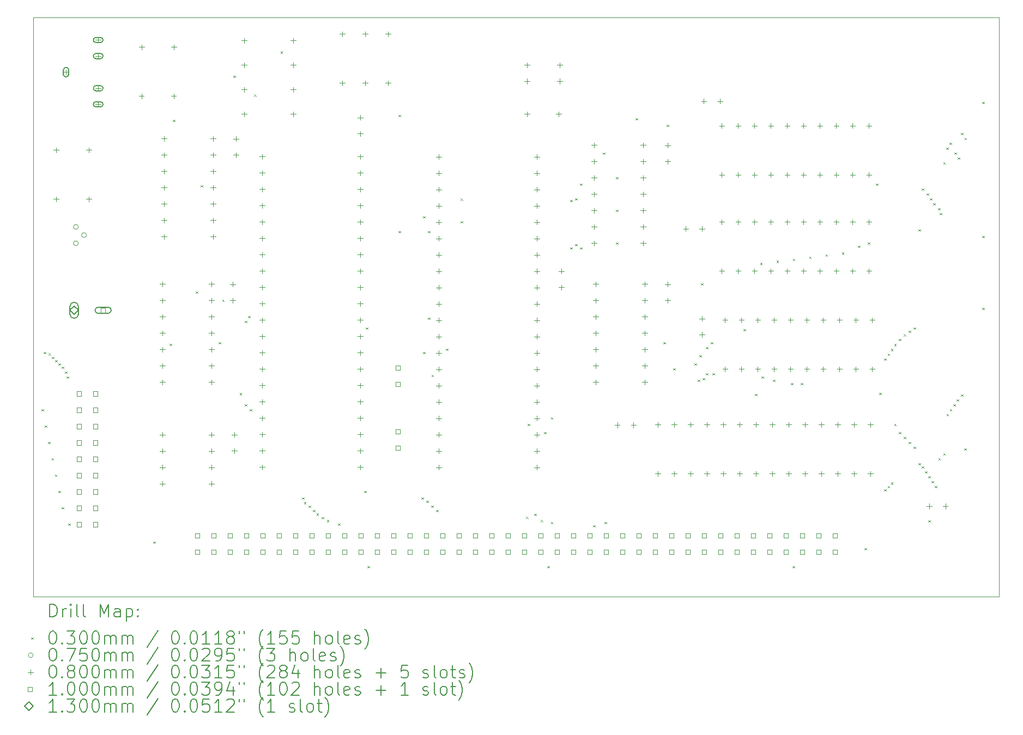
<source format=gbr>
%TF.GenerationSoftware,KiCad,Pcbnew,6.0.10-86aedd382b~118~ubuntu20.04.1*%
%TF.CreationDate,2023-01-16T18:19:46-05:00*%
%TF.ProjectId,TMS9918A_YM2149,544d5339-3931-4384-915f-594d32313439,1*%
%TF.SameCoordinates,Original*%
%TF.FileFunction,Drillmap*%
%TF.FilePolarity,Positive*%
%FSLAX45Y45*%
G04 Gerber Fmt 4.5, Leading zero omitted, Abs format (unit mm)*
G04 Created by KiCad (PCBNEW 6.0.10-86aedd382b~118~ubuntu20.04.1) date 2023-01-16 18:19:46*
%MOMM*%
%LPD*%
G01*
G04 APERTURE LIST*
%ADD10C,0.038100*%
%ADD11C,0.200000*%
%ADD12C,0.030000*%
%ADD13C,0.075000*%
%ADD14C,0.080000*%
%ADD15C,0.100000*%
%ADD16C,0.130000*%
G04 APERTURE END LIST*
D10*
X21350000Y-5842000D02*
X6350000Y-5842000D01*
X21350000Y-14842000D02*
X21350000Y-5842000D01*
X6350000Y-14842000D02*
X21350000Y-14842000D01*
X6350000Y-5842000D02*
X6350000Y-14842000D01*
D11*
D12*
X6476300Y-11922000D02*
X6506300Y-11952000D01*
X6506300Y-11922000D02*
X6476300Y-11952000D01*
X6512800Y-11034000D02*
X6542800Y-11064000D01*
X6542800Y-11034000D02*
X6512800Y-11064000D01*
X6528950Y-12176000D02*
X6558950Y-12206000D01*
X6558950Y-12176000D02*
X6528950Y-12206000D01*
X6581600Y-12430000D02*
X6611600Y-12460000D01*
X6611600Y-12430000D02*
X6581600Y-12460000D01*
X6586714Y-11057114D02*
X6616714Y-11087114D01*
X6616714Y-11057114D02*
X6586714Y-11087114D01*
X6634250Y-12684000D02*
X6664250Y-12714000D01*
X6664250Y-12684000D02*
X6634250Y-12714000D01*
X6638085Y-11108486D02*
X6668085Y-11138486D01*
X6668085Y-11108486D02*
X6638085Y-11138486D01*
X6686900Y-12938000D02*
X6716900Y-12968000D01*
X6716900Y-12938000D02*
X6686900Y-12968000D01*
X6689457Y-11159857D02*
X6719457Y-11189857D01*
X6719457Y-11159857D02*
X6689457Y-11189857D01*
X6739550Y-13192000D02*
X6769550Y-13222000D01*
X6769550Y-13192000D02*
X6739550Y-13222000D01*
X6740828Y-11211228D02*
X6770828Y-11241228D01*
X6770828Y-11211228D02*
X6740828Y-11241228D01*
X6791200Y-13446000D02*
X6821200Y-13476000D01*
X6821200Y-13446000D02*
X6791200Y-13476000D01*
X6792200Y-11262600D02*
X6822200Y-11292600D01*
X6822200Y-11262600D02*
X6792200Y-11292600D01*
X6843000Y-11338800D02*
X6873000Y-11368800D01*
X6873000Y-11338800D02*
X6843000Y-11368800D01*
X6868400Y-11415000D02*
X6898400Y-11445000D01*
X6898400Y-11415000D02*
X6868400Y-11445000D01*
X6894800Y-13700000D02*
X6924800Y-13730000D01*
X6924800Y-13700000D02*
X6894800Y-13730000D01*
X8214600Y-13980400D02*
X8244600Y-14010400D01*
X8244600Y-13980400D02*
X8214600Y-14010400D01*
X8468600Y-10907000D02*
X8498600Y-10937000D01*
X8498600Y-10907000D02*
X8468600Y-10937000D01*
X8519400Y-7427200D02*
X8549400Y-7457200D01*
X8549400Y-7427200D02*
X8519400Y-7457200D01*
X8875000Y-10094200D02*
X8905000Y-10124200D01*
X8905000Y-10094200D02*
X8875000Y-10124200D01*
X8949350Y-8443200D02*
X8979350Y-8473200D01*
X8979350Y-8443200D02*
X8949350Y-8473200D01*
X9230600Y-10881600D02*
X9260600Y-10911600D01*
X9260600Y-10881600D02*
X9230600Y-10911600D01*
X9285350Y-10221200D02*
X9315350Y-10251200D01*
X9315350Y-10221200D02*
X9285350Y-10251200D01*
X9459200Y-6741400D02*
X9489200Y-6771400D01*
X9489200Y-6741400D02*
X9459200Y-6771400D01*
X9556500Y-11673300D02*
X9586500Y-11703300D01*
X9586500Y-11673300D02*
X9556500Y-11703300D01*
X9635150Y-10551400D02*
X9665150Y-10581400D01*
X9665150Y-10551400D02*
X9635150Y-10581400D01*
X9637000Y-11846800D02*
X9667000Y-11876800D01*
X9667000Y-11846800D02*
X9637000Y-11876800D01*
X9687800Y-10475200D02*
X9717800Y-10505200D01*
X9717800Y-10475200D02*
X9687800Y-10505200D01*
X9713200Y-11923000D02*
X9743200Y-11953000D01*
X9743200Y-11923000D02*
X9713200Y-11953000D01*
X9778300Y-7035100D02*
X9808300Y-7065100D01*
X9808300Y-7035100D02*
X9778300Y-7065100D01*
X10192000Y-6364200D02*
X10222000Y-6394200D01*
X10222000Y-6364200D02*
X10192000Y-6394200D01*
X10526000Y-13294600D02*
X10556000Y-13324600D01*
X10556000Y-13294600D02*
X10526000Y-13324600D01*
X10553300Y-13368900D02*
X10583300Y-13398900D01*
X10583300Y-13368900D02*
X10553300Y-13398900D01*
X10627600Y-13421600D02*
X10657600Y-13451600D01*
X10657600Y-13421600D02*
X10627600Y-13451600D01*
X10696200Y-13490200D02*
X10726200Y-13520200D01*
X10726200Y-13490200D02*
X10696200Y-13520200D01*
X10748900Y-13542900D02*
X10778900Y-13572900D01*
X10778900Y-13542900D02*
X10748900Y-13572900D01*
X10830800Y-13599400D02*
X10860800Y-13629400D01*
X10860800Y-13599400D02*
X10830800Y-13629400D01*
X10908900Y-13648300D02*
X10938900Y-13678300D01*
X10938900Y-13648300D02*
X10908900Y-13678300D01*
X11086000Y-13701000D02*
X11116000Y-13731000D01*
X11116000Y-13701000D02*
X11086000Y-13731000D01*
X11491200Y-13193000D02*
X11521200Y-13223000D01*
X11521200Y-13193000D02*
X11491200Y-13223000D01*
X11514750Y-10653000D02*
X11544750Y-10683000D01*
X11544750Y-10653000D02*
X11514750Y-10683000D01*
X11542000Y-14361400D02*
X11572000Y-14391400D01*
X11572000Y-14361400D02*
X11542000Y-14391400D01*
X12024600Y-7351000D02*
X12054600Y-7381000D01*
X12054600Y-7351000D02*
X12024600Y-7381000D01*
X12024600Y-9154400D02*
X12054600Y-9184400D01*
X12054600Y-9154400D02*
X12024600Y-9184400D01*
X12380200Y-13294600D02*
X12410200Y-13324600D01*
X12410200Y-13294600D02*
X12380200Y-13324600D01*
X12405600Y-8925800D02*
X12435600Y-8955800D01*
X12435600Y-8925800D02*
X12405600Y-8955800D01*
X12405600Y-11034000D02*
X12435600Y-11064000D01*
X12435600Y-11034000D02*
X12405600Y-11064000D01*
X12456400Y-13345400D02*
X12486400Y-13375400D01*
X12486400Y-13345400D02*
X12456400Y-13375400D01*
X12481800Y-9154400D02*
X12511800Y-9184400D01*
X12511800Y-9154400D02*
X12481800Y-9184400D01*
X12481800Y-10500600D02*
X12511800Y-10530600D01*
X12511800Y-10500600D02*
X12481800Y-10530600D01*
X12531000Y-13420000D02*
X12561000Y-13450000D01*
X12561000Y-13420000D02*
X12531000Y-13450000D01*
X12534450Y-11389600D02*
X12564450Y-11419600D01*
X12564450Y-11389600D02*
X12534450Y-11419600D01*
X12608800Y-13490250D02*
X12638800Y-13520250D01*
X12638800Y-13490250D02*
X12608800Y-13520250D01*
X12761200Y-10983200D02*
X12791200Y-11013200D01*
X12791200Y-10983200D02*
X12761200Y-11013200D01*
X12989800Y-8649850D02*
X13019800Y-8679850D01*
X13019800Y-8649850D02*
X12989800Y-8679850D01*
X12989800Y-9002000D02*
X13019800Y-9032000D01*
X13019800Y-9002000D02*
X12989800Y-9032000D01*
X14005800Y-13597550D02*
X14035800Y-13627550D01*
X14035800Y-13597550D02*
X14005800Y-13627550D01*
X14031200Y-12151600D02*
X14061200Y-12181600D01*
X14061200Y-12151600D02*
X14031200Y-12181600D01*
X14132800Y-13548600D02*
X14162800Y-13578600D01*
X14162800Y-13548600D02*
X14132800Y-13578600D01*
X14234400Y-13648350D02*
X14264400Y-13678350D01*
X14264400Y-13648350D02*
X14234400Y-13678350D01*
X14283350Y-12278600D02*
X14313350Y-12308600D01*
X14313350Y-12278600D02*
X14283350Y-12308600D01*
X14336000Y-14361400D02*
X14366000Y-14391400D01*
X14366000Y-14361400D02*
X14336000Y-14391400D01*
X14388650Y-12050000D02*
X14418650Y-12080000D01*
X14418650Y-12050000D02*
X14388650Y-12080000D01*
X14388650Y-13675600D02*
X14418650Y-13705600D01*
X14418650Y-13675600D02*
X14388650Y-13705600D01*
X14691600Y-8671800D02*
X14721600Y-8701800D01*
X14721600Y-8671800D02*
X14691600Y-8701800D01*
X14691600Y-9408400D02*
X14721600Y-9438400D01*
X14721600Y-9408400D02*
X14691600Y-9438400D01*
X14767800Y-8646400D02*
X14797800Y-8676400D01*
X14797800Y-8646400D02*
X14767800Y-8676400D01*
X14767800Y-9357600D02*
X14797800Y-9387600D01*
X14797800Y-9357600D02*
X14767800Y-9387600D01*
X14844000Y-8417800D02*
X14874000Y-8447800D01*
X14874000Y-8417800D02*
X14844000Y-8447800D01*
X14844000Y-9408400D02*
X14874000Y-9438400D01*
X14874000Y-9408400D02*
X14844000Y-9438400D01*
X15047200Y-13726400D02*
X15077200Y-13756400D01*
X15077200Y-13726400D02*
X15047200Y-13756400D01*
X15199600Y-7935200D02*
X15229600Y-7965200D01*
X15229600Y-7935200D02*
X15199600Y-7965200D01*
X15225000Y-13675600D02*
X15255000Y-13705600D01*
X15255000Y-13675600D02*
X15225000Y-13705600D01*
X15402800Y-8316200D02*
X15432800Y-8346200D01*
X15432800Y-8316200D02*
X15402800Y-8346200D01*
X15402800Y-8824200D02*
X15432800Y-8854200D01*
X15432800Y-8824200D02*
X15402800Y-8854200D01*
X15402800Y-9332200D02*
X15432800Y-9362200D01*
X15432800Y-9332200D02*
X15402800Y-9362200D01*
X15707600Y-7401800D02*
X15737600Y-7431800D01*
X15737600Y-7401800D02*
X15707600Y-7431800D01*
X16139400Y-10881600D02*
X16169400Y-10911600D01*
X16169400Y-10881600D02*
X16139400Y-10911600D01*
X16190200Y-7503400D02*
X16220200Y-7533400D01*
X16220200Y-7503400D02*
X16190200Y-7533400D01*
X16291800Y-11288000D02*
X16321800Y-11318000D01*
X16321800Y-11288000D02*
X16291800Y-11318000D01*
X16622000Y-11211800D02*
X16652000Y-11241800D01*
X16652000Y-11211800D02*
X16622000Y-11241800D01*
X16672800Y-11465800D02*
X16702800Y-11495800D01*
X16702800Y-11465800D02*
X16672800Y-11495800D01*
X16698200Y-11084800D02*
X16728200Y-11114800D01*
X16728200Y-11084800D02*
X16698200Y-11114800D01*
X16723600Y-9967200D02*
X16753600Y-9997200D01*
X16753600Y-9967200D02*
X16723600Y-9997200D01*
X16749000Y-11440400D02*
X16779000Y-11470400D01*
X16779000Y-11440400D02*
X16749000Y-11470400D01*
X16799800Y-10957800D02*
X16829800Y-10987800D01*
X16829800Y-10957800D02*
X16799800Y-10987800D01*
X16799800Y-11364200D02*
X16829800Y-11394200D01*
X16829800Y-11364200D02*
X16799800Y-11394200D01*
X16876000Y-10881600D02*
X16906000Y-10911600D01*
X16906000Y-10881600D02*
X16876000Y-10911600D01*
X16901400Y-11364200D02*
X16931400Y-11394200D01*
X16931400Y-11364200D02*
X16901400Y-11394200D01*
X17384000Y-10678400D02*
X17414000Y-10708400D01*
X17414000Y-10678400D02*
X17384000Y-10708400D01*
X17561800Y-11685250D02*
X17591800Y-11715250D01*
X17591800Y-11685250D02*
X17561800Y-11715250D01*
X17641100Y-9650550D02*
X17671100Y-9680550D01*
X17671100Y-9650550D02*
X17641100Y-9680550D01*
X17663400Y-11415000D02*
X17693400Y-11445000D01*
X17693400Y-11415000D02*
X17663400Y-11445000D01*
X17841200Y-11465800D02*
X17871200Y-11495800D01*
X17871200Y-11465800D02*
X17841200Y-11495800D01*
X17895100Y-9617850D02*
X17925100Y-9647850D01*
X17925100Y-9617850D02*
X17895100Y-9647850D01*
X18120600Y-11516600D02*
X18150600Y-11546600D01*
X18150600Y-11516600D02*
X18120600Y-11546600D01*
X18146000Y-14361400D02*
X18176000Y-14391400D01*
X18176000Y-14361400D02*
X18146000Y-14391400D01*
X18149100Y-9585150D02*
X18179100Y-9615150D01*
X18179100Y-9585150D02*
X18149100Y-9615150D01*
X18273000Y-11516600D02*
X18303000Y-11546600D01*
X18303000Y-11516600D02*
X18273000Y-11546600D01*
X18403100Y-9552450D02*
X18433100Y-9582450D01*
X18433100Y-9552450D02*
X18403100Y-9582450D01*
X18657100Y-9519750D02*
X18687100Y-9549750D01*
X18687100Y-9519750D02*
X18657100Y-9549750D01*
X18911100Y-9487050D02*
X18941100Y-9517050D01*
X18941100Y-9487050D02*
X18911100Y-9517050D01*
X19162000Y-9384350D02*
X19192000Y-9414350D01*
X19192000Y-9384350D02*
X19162000Y-9414350D01*
X19263600Y-14082000D02*
X19293600Y-14112000D01*
X19293600Y-14082000D02*
X19263600Y-14112000D01*
X19314400Y-9332200D02*
X19344400Y-9362200D01*
X19344400Y-9332200D02*
X19314400Y-9362200D01*
X19441400Y-8417800D02*
X19471400Y-8447800D01*
X19471400Y-8417800D02*
X19441400Y-8447800D01*
X19492200Y-11669000D02*
X19522200Y-11699000D01*
X19522200Y-11669000D02*
X19492200Y-11699000D01*
X19568400Y-11135600D02*
X19598400Y-11165600D01*
X19598400Y-11135600D02*
X19568400Y-11165600D01*
X19568400Y-13169450D02*
X19598400Y-13199450D01*
X19598400Y-13169450D02*
X19568400Y-13199450D01*
X19621050Y-11061250D02*
X19651050Y-11091250D01*
X19651050Y-11061250D02*
X19621050Y-11091250D01*
X19621050Y-13116800D02*
X19651050Y-13146800D01*
X19651050Y-13116800D02*
X19621050Y-13146800D01*
X19673700Y-10986900D02*
X19703700Y-11016900D01*
X19703700Y-10986900D02*
X19673700Y-11016900D01*
X19673700Y-13064100D02*
X19703700Y-13094100D01*
X19703700Y-13064100D02*
X19673700Y-13094100D01*
X19726350Y-10912550D02*
X19756350Y-10942550D01*
X19756350Y-10912550D02*
X19726350Y-10942550D01*
X19726350Y-12151600D02*
X19756350Y-12181600D01*
X19756350Y-12151600D02*
X19726350Y-12181600D01*
X19797000Y-10830800D02*
X19827000Y-10860800D01*
X19827000Y-10830800D02*
X19797000Y-10860800D01*
X19797000Y-12278600D02*
X19827000Y-12308600D01*
X19827000Y-12278600D02*
X19797000Y-12308600D01*
X19873200Y-10758300D02*
X19903200Y-10788300D01*
X19903200Y-10758300D02*
X19873200Y-10788300D01*
X19873200Y-12354800D02*
X19903200Y-12384800D01*
X19903200Y-12354800D02*
X19873200Y-12384800D01*
X19949400Y-10705650D02*
X19979400Y-10735650D01*
X19979400Y-10705650D02*
X19949400Y-10735650D01*
X19949400Y-12431000D02*
X19979400Y-12461000D01*
X19979400Y-12431000D02*
X19949400Y-12461000D01*
X20025600Y-10653000D02*
X20055600Y-10683000D01*
X20055600Y-10653000D02*
X20025600Y-10683000D01*
X20025600Y-12507200D02*
X20055600Y-12537200D01*
X20055600Y-12507200D02*
X20025600Y-12537200D01*
X20101800Y-9129000D02*
X20131800Y-9159000D01*
X20131800Y-9129000D02*
X20101800Y-9159000D01*
X20101800Y-12761200D02*
X20131800Y-12791200D01*
X20131800Y-12761200D02*
X20101800Y-12791200D01*
X20152600Y-8494000D02*
X20182600Y-8524000D01*
X20182600Y-8494000D02*
X20152600Y-8524000D01*
X20153172Y-12812571D02*
X20183172Y-12842571D01*
X20183172Y-12812571D02*
X20153172Y-12842571D01*
X20203400Y-12888200D02*
X20233400Y-12918200D01*
X20233400Y-12888200D02*
X20203400Y-12918200D01*
X20228800Y-8570200D02*
X20258800Y-8600200D01*
X20258800Y-8570200D02*
X20228800Y-8600200D01*
X20254200Y-12964400D02*
X20284200Y-12994400D01*
X20284200Y-12964400D02*
X20254200Y-12994400D01*
X20254200Y-13650200D02*
X20284200Y-13680200D01*
X20284200Y-13650200D02*
X20254200Y-13680200D01*
X20279600Y-8646400D02*
X20309600Y-8676400D01*
X20309600Y-8646400D02*
X20279600Y-8676400D01*
X20305000Y-13040600D02*
X20335000Y-13070600D01*
X20335000Y-13040600D02*
X20305000Y-13070600D01*
X20330400Y-8722600D02*
X20360400Y-8752600D01*
X20360400Y-8722600D02*
X20330400Y-8752600D01*
X20355800Y-13116800D02*
X20385800Y-13146800D01*
X20385800Y-13116800D02*
X20355800Y-13146800D01*
X20406600Y-8798800D02*
X20436600Y-8828800D01*
X20436600Y-8798800D02*
X20406600Y-8828800D01*
X20408450Y-12685000D02*
X20438450Y-12715000D01*
X20438450Y-12685000D02*
X20408450Y-12715000D01*
X20432000Y-8875000D02*
X20462000Y-8905000D01*
X20462000Y-8875000D02*
X20432000Y-8905000D01*
X20484650Y-8089450D02*
X20514650Y-8119450D01*
X20514650Y-8089450D02*
X20484650Y-8119450D01*
X20484650Y-12608800D02*
X20514650Y-12638800D01*
X20514650Y-12608800D02*
X20484650Y-12638800D01*
X20533600Y-7859000D02*
X20563600Y-7889000D01*
X20563600Y-7859000D02*
X20533600Y-7889000D01*
X20537300Y-11999200D02*
X20567300Y-12029200D01*
X20567300Y-11999200D02*
X20537300Y-12029200D01*
X20584400Y-7782800D02*
X20614400Y-7812800D01*
X20614400Y-7782800D02*
X20584400Y-7812800D01*
X20589950Y-11923000D02*
X20619950Y-11953000D01*
X20619950Y-11923000D02*
X20589950Y-11953000D01*
X20642600Y-11846800D02*
X20672600Y-11876800D01*
X20672600Y-11846800D02*
X20642600Y-11876800D01*
X20660600Y-7935200D02*
X20690600Y-7965200D01*
X20690600Y-7935200D02*
X20660600Y-7965200D01*
X20695250Y-11770600D02*
X20725250Y-11800600D01*
X20725250Y-11770600D02*
X20695250Y-11800600D01*
X20711400Y-8011400D02*
X20741400Y-8041400D01*
X20741400Y-8011400D02*
X20711400Y-8041400D01*
X20762200Y-7630400D02*
X20792200Y-7660400D01*
X20792200Y-7630400D02*
X20762200Y-7660400D01*
X20762200Y-11694400D02*
X20792200Y-11724400D01*
X20792200Y-11694400D02*
X20762200Y-11724400D01*
X20813000Y-12532600D02*
X20843000Y-12562600D01*
X20843000Y-12532600D02*
X20813000Y-12562600D01*
X20816750Y-7706600D02*
X20846750Y-7736600D01*
X20846750Y-7706600D02*
X20816750Y-7736600D01*
X21092400Y-7147800D02*
X21122400Y-7177800D01*
X21122400Y-7147800D02*
X21092400Y-7177800D01*
X21092400Y-9230600D02*
X21122400Y-9260600D01*
X21122400Y-9230600D02*
X21092400Y-9260600D01*
X21092400Y-10348200D02*
X21122400Y-10378200D01*
X21122400Y-10348200D02*
X21092400Y-10378200D01*
D13*
X7047900Y-9093200D02*
G75*
G03*
X7047900Y-9093200I-37500J0D01*
G01*
X7047900Y-9347200D02*
G75*
G03*
X7047900Y-9347200I-37500J0D01*
G01*
X7174900Y-9220200D02*
G75*
G03*
X7174900Y-9220200I-37500J0D01*
G01*
D14*
X6705600Y-7859400D02*
X6705600Y-7939400D01*
X6665600Y-7899400D02*
X6745600Y-7899400D01*
X6705600Y-8621400D02*
X6705600Y-8701400D01*
X6665600Y-8661400D02*
X6745600Y-8661400D01*
X6858800Y-6648050D02*
X6858800Y-6728050D01*
X6818800Y-6688050D02*
X6898800Y-6688050D01*
D11*
X6818800Y-6653050D02*
X6818800Y-6723050D01*
X6898800Y-6653050D02*
X6898800Y-6723050D01*
X6818800Y-6723050D02*
G75*
G03*
X6898800Y-6723050I40000J0D01*
G01*
X6898800Y-6653050D02*
G75*
G03*
X6818800Y-6653050I-40000J0D01*
G01*
D14*
X7213600Y-7859400D02*
X7213600Y-7939400D01*
X7173600Y-7899400D02*
X7253600Y-7899400D01*
X7213600Y-8621400D02*
X7213600Y-8701400D01*
X7173600Y-8661400D02*
X7253600Y-8661400D01*
X7358800Y-6148050D02*
X7358800Y-6228050D01*
X7318800Y-6188050D02*
X7398800Y-6188050D01*
D11*
X7323800Y-6228050D02*
X7393800Y-6228050D01*
X7323800Y-6148050D02*
X7393800Y-6148050D01*
X7393800Y-6228050D02*
G75*
G03*
X7393800Y-6148050I0J40000D01*
G01*
X7323800Y-6148050D02*
G75*
G03*
X7323800Y-6228050I0J-40000D01*
G01*
D14*
X7358800Y-6398050D02*
X7358800Y-6478050D01*
X7318800Y-6438050D02*
X7398800Y-6438050D01*
D11*
X7323800Y-6478050D02*
X7393800Y-6478050D01*
X7323800Y-6398050D02*
X7393800Y-6398050D01*
X7393800Y-6478050D02*
G75*
G03*
X7393800Y-6398050I0J40000D01*
G01*
X7323800Y-6398050D02*
G75*
G03*
X7323800Y-6478050I0J-40000D01*
G01*
D14*
X7358800Y-6898050D02*
X7358800Y-6978050D01*
X7318800Y-6938050D02*
X7398800Y-6938050D01*
D11*
X7323800Y-6978050D02*
X7393800Y-6978050D01*
X7323800Y-6898050D02*
X7393800Y-6898050D01*
X7393800Y-6978050D02*
G75*
G03*
X7393800Y-6898050I0J40000D01*
G01*
X7323800Y-6898050D02*
G75*
G03*
X7323800Y-6978050I0J-40000D01*
G01*
D14*
X7358800Y-7148050D02*
X7358800Y-7228050D01*
X7318800Y-7188050D02*
X7398800Y-7188050D01*
D11*
X7323800Y-7228050D02*
X7393800Y-7228050D01*
X7323800Y-7148050D02*
X7393800Y-7148050D01*
X7393800Y-7228050D02*
G75*
G03*
X7393800Y-7148050I0J40000D01*
G01*
X7323800Y-7148050D02*
G75*
G03*
X7323800Y-7228050I0J-40000D01*
G01*
D14*
X8030400Y-7021200D02*
X8030400Y-7101200D01*
X7990400Y-7061200D02*
X8070400Y-7061200D01*
X8034400Y-6259200D02*
X8034400Y-6339200D01*
X7994400Y-6299200D02*
X8074400Y-6299200D01*
X8357600Y-9941700D02*
X8357600Y-10021700D01*
X8317600Y-9981700D02*
X8397600Y-9981700D01*
X8357600Y-10195700D02*
X8357600Y-10275700D01*
X8317600Y-10235700D02*
X8397600Y-10235700D01*
X8357600Y-10449700D02*
X8357600Y-10529700D01*
X8317600Y-10489700D02*
X8397600Y-10489700D01*
X8357600Y-10703700D02*
X8357600Y-10783700D01*
X8317600Y-10743700D02*
X8397600Y-10743700D01*
X8357600Y-10957700D02*
X8357600Y-11037700D01*
X8317600Y-10997700D02*
X8397600Y-10997700D01*
X8357600Y-11211700D02*
X8357600Y-11291700D01*
X8317600Y-11251700D02*
X8397600Y-11251700D01*
X8357600Y-11465700D02*
X8357600Y-11545700D01*
X8317600Y-11505700D02*
X8397600Y-11505700D01*
X8357600Y-12280000D02*
X8357600Y-12360000D01*
X8317600Y-12320000D02*
X8397600Y-12320000D01*
X8357600Y-12534000D02*
X8357600Y-12614000D01*
X8317600Y-12574000D02*
X8397600Y-12574000D01*
X8357600Y-12788000D02*
X8357600Y-12868000D01*
X8317600Y-12828000D02*
X8397600Y-12828000D01*
X8357600Y-13042000D02*
X8357600Y-13122000D01*
X8317600Y-13082000D02*
X8397600Y-13082000D01*
X8383000Y-7681100D02*
X8383000Y-7761100D01*
X8343000Y-7721100D02*
X8423000Y-7721100D01*
X8383000Y-7935100D02*
X8383000Y-8015100D01*
X8343000Y-7975100D02*
X8423000Y-7975100D01*
X8383000Y-8189100D02*
X8383000Y-8269100D01*
X8343000Y-8229100D02*
X8423000Y-8229100D01*
X8383000Y-8443100D02*
X8383000Y-8523100D01*
X8343000Y-8483100D02*
X8423000Y-8483100D01*
X8383000Y-8697100D02*
X8383000Y-8777100D01*
X8343000Y-8737100D02*
X8423000Y-8737100D01*
X8383000Y-8951100D02*
X8383000Y-9031100D01*
X8343000Y-8991100D02*
X8423000Y-8991100D01*
X8383000Y-9205100D02*
X8383000Y-9285100D01*
X8343000Y-9245100D02*
X8423000Y-9245100D01*
X8530400Y-7021200D02*
X8530400Y-7101200D01*
X8490400Y-7061200D02*
X8570400Y-7061200D01*
X8534400Y-6259200D02*
X8534400Y-6339200D01*
X8494400Y-6299200D02*
X8574400Y-6299200D01*
X9119600Y-9941700D02*
X9119600Y-10021700D01*
X9079600Y-9981700D02*
X9159600Y-9981700D01*
X9119600Y-10195700D02*
X9119600Y-10275700D01*
X9079600Y-10235700D02*
X9159600Y-10235700D01*
X9119600Y-10449700D02*
X9119600Y-10529700D01*
X9079600Y-10489700D02*
X9159600Y-10489700D01*
X9119600Y-10703700D02*
X9119600Y-10783700D01*
X9079600Y-10743700D02*
X9159600Y-10743700D01*
X9119600Y-10957700D02*
X9119600Y-11037700D01*
X9079600Y-10997700D02*
X9159600Y-10997700D01*
X9119600Y-11211700D02*
X9119600Y-11291700D01*
X9079600Y-11251700D02*
X9159600Y-11251700D01*
X9119600Y-11465700D02*
X9119600Y-11545700D01*
X9079600Y-11505700D02*
X9159600Y-11505700D01*
X9119600Y-12280000D02*
X9119600Y-12360000D01*
X9079600Y-12320000D02*
X9159600Y-12320000D01*
X9119600Y-12534000D02*
X9119600Y-12614000D01*
X9079600Y-12574000D02*
X9159600Y-12574000D01*
X9119600Y-12788000D02*
X9119600Y-12868000D01*
X9079600Y-12828000D02*
X9159600Y-12828000D01*
X9119600Y-13042000D02*
X9119600Y-13122000D01*
X9079600Y-13082000D02*
X9159600Y-13082000D01*
X9145000Y-7681100D02*
X9145000Y-7761100D01*
X9105000Y-7721100D02*
X9185000Y-7721100D01*
X9145000Y-7935100D02*
X9145000Y-8015100D01*
X9105000Y-7975100D02*
X9185000Y-7975100D01*
X9145000Y-8189100D02*
X9145000Y-8269100D01*
X9105000Y-8229100D02*
X9185000Y-8229100D01*
X9145000Y-8443100D02*
X9145000Y-8523100D01*
X9105000Y-8483100D02*
X9185000Y-8483100D01*
X9145000Y-8697100D02*
X9145000Y-8777100D01*
X9105000Y-8737100D02*
X9185000Y-8737100D01*
X9145000Y-8951100D02*
X9145000Y-9031100D01*
X9105000Y-8991100D02*
X9185000Y-8991100D01*
X9145000Y-9205100D02*
X9145000Y-9285100D01*
X9105000Y-9245100D02*
X9185000Y-9245100D01*
X9448800Y-9944200D02*
X9448800Y-10024200D01*
X9408800Y-9984200D02*
X9488800Y-9984200D01*
X9448800Y-10194200D02*
X9448800Y-10274200D01*
X9408800Y-10234200D02*
X9488800Y-10234200D01*
X9474200Y-12281000D02*
X9474200Y-12361000D01*
X9434200Y-12321000D02*
X9514200Y-12321000D01*
X9474200Y-12531000D02*
X9474200Y-12611000D01*
X9434200Y-12571000D02*
X9514200Y-12571000D01*
X9499600Y-7683600D02*
X9499600Y-7763600D01*
X9459600Y-7723600D02*
X9539600Y-7723600D01*
X9499600Y-7933600D02*
X9499600Y-8013600D01*
X9459600Y-7973600D02*
X9539600Y-7973600D01*
X9626600Y-6157600D02*
X9626600Y-6237600D01*
X9586600Y-6197600D02*
X9666600Y-6197600D01*
X9626600Y-6538600D02*
X9626600Y-6618600D01*
X9586600Y-6578600D02*
X9666600Y-6578600D01*
X9626600Y-6919600D02*
X9626600Y-6999600D01*
X9586600Y-6959600D02*
X9666600Y-6959600D01*
X9626600Y-7300600D02*
X9626600Y-7380600D01*
X9586600Y-7340600D02*
X9666600Y-7340600D01*
X9906000Y-7961000D02*
X9906000Y-8041000D01*
X9866000Y-8001000D02*
X9946000Y-8001000D01*
X9906000Y-8215000D02*
X9906000Y-8295000D01*
X9866000Y-8255000D02*
X9946000Y-8255000D01*
X9906000Y-8469000D02*
X9906000Y-8549000D01*
X9866000Y-8509000D02*
X9946000Y-8509000D01*
X9906000Y-8723000D02*
X9906000Y-8803000D01*
X9866000Y-8763000D02*
X9946000Y-8763000D01*
X9906000Y-8977000D02*
X9906000Y-9057000D01*
X9866000Y-9017000D02*
X9946000Y-9017000D01*
X9906000Y-9231000D02*
X9906000Y-9311000D01*
X9866000Y-9271000D02*
X9946000Y-9271000D01*
X9906000Y-9485000D02*
X9906000Y-9565000D01*
X9866000Y-9525000D02*
X9946000Y-9525000D01*
X9906000Y-9739000D02*
X9906000Y-9819000D01*
X9866000Y-9779000D02*
X9946000Y-9779000D01*
X9906000Y-9993000D02*
X9906000Y-10073000D01*
X9866000Y-10033000D02*
X9946000Y-10033000D01*
X9906000Y-10247000D02*
X9906000Y-10327000D01*
X9866000Y-10287000D02*
X9946000Y-10287000D01*
X9906000Y-10501000D02*
X9906000Y-10581000D01*
X9866000Y-10541000D02*
X9946000Y-10541000D01*
X9906000Y-10755000D02*
X9906000Y-10835000D01*
X9866000Y-10795000D02*
X9946000Y-10795000D01*
X9906000Y-11009000D02*
X9906000Y-11089000D01*
X9866000Y-11049000D02*
X9946000Y-11049000D01*
X9906000Y-11263000D02*
X9906000Y-11343000D01*
X9866000Y-11303000D02*
X9946000Y-11303000D01*
X9906000Y-11517000D02*
X9906000Y-11597000D01*
X9866000Y-11557000D02*
X9946000Y-11557000D01*
X9906000Y-11771000D02*
X9906000Y-11851000D01*
X9866000Y-11811000D02*
X9946000Y-11811000D01*
X9906000Y-12025000D02*
X9906000Y-12105000D01*
X9866000Y-12065000D02*
X9946000Y-12065000D01*
X9906000Y-12279000D02*
X9906000Y-12359000D01*
X9866000Y-12319000D02*
X9946000Y-12319000D01*
X9906000Y-12533000D02*
X9906000Y-12613000D01*
X9866000Y-12573000D02*
X9946000Y-12573000D01*
X9906000Y-12787000D02*
X9906000Y-12867000D01*
X9866000Y-12827000D02*
X9946000Y-12827000D01*
X10388600Y-6157600D02*
X10388600Y-6237600D01*
X10348600Y-6197600D02*
X10428600Y-6197600D01*
X10388600Y-6538600D02*
X10388600Y-6618600D01*
X10348600Y-6578600D02*
X10428600Y-6578600D01*
X10388600Y-6919600D02*
X10388600Y-6999600D01*
X10348600Y-6959600D02*
X10428600Y-6959600D01*
X10388600Y-7300600D02*
X10388600Y-7380600D01*
X10348600Y-7340600D02*
X10428600Y-7340600D01*
X11150600Y-6056000D02*
X11150600Y-6136000D01*
X11110600Y-6096000D02*
X11190600Y-6096000D01*
X11150600Y-6818000D02*
X11150600Y-6898000D01*
X11110600Y-6858000D02*
X11190600Y-6858000D01*
X11430000Y-7353400D02*
X11430000Y-7433400D01*
X11390000Y-7393400D02*
X11470000Y-7393400D01*
X11430000Y-7603400D02*
X11430000Y-7683400D01*
X11390000Y-7643400D02*
X11470000Y-7643400D01*
X11430000Y-7961000D02*
X11430000Y-8041000D01*
X11390000Y-8001000D02*
X11470000Y-8001000D01*
X11430000Y-8215000D02*
X11430000Y-8295000D01*
X11390000Y-8255000D02*
X11470000Y-8255000D01*
X11430000Y-8469000D02*
X11430000Y-8549000D01*
X11390000Y-8509000D02*
X11470000Y-8509000D01*
X11430000Y-8723000D02*
X11430000Y-8803000D01*
X11390000Y-8763000D02*
X11470000Y-8763000D01*
X11430000Y-8977000D02*
X11430000Y-9057000D01*
X11390000Y-9017000D02*
X11470000Y-9017000D01*
X11430000Y-9231000D02*
X11430000Y-9311000D01*
X11390000Y-9271000D02*
X11470000Y-9271000D01*
X11430000Y-9485000D02*
X11430000Y-9565000D01*
X11390000Y-9525000D02*
X11470000Y-9525000D01*
X11430000Y-9739000D02*
X11430000Y-9819000D01*
X11390000Y-9779000D02*
X11470000Y-9779000D01*
X11430000Y-9993000D02*
X11430000Y-10073000D01*
X11390000Y-10033000D02*
X11470000Y-10033000D01*
X11430000Y-10247000D02*
X11430000Y-10327000D01*
X11390000Y-10287000D02*
X11470000Y-10287000D01*
X11430000Y-10501000D02*
X11430000Y-10581000D01*
X11390000Y-10541000D02*
X11470000Y-10541000D01*
X11430000Y-10755000D02*
X11430000Y-10835000D01*
X11390000Y-10795000D02*
X11470000Y-10795000D01*
X11430000Y-11009000D02*
X11430000Y-11089000D01*
X11390000Y-11049000D02*
X11470000Y-11049000D01*
X11430000Y-11263000D02*
X11430000Y-11343000D01*
X11390000Y-11303000D02*
X11470000Y-11303000D01*
X11430000Y-11517000D02*
X11430000Y-11597000D01*
X11390000Y-11557000D02*
X11470000Y-11557000D01*
X11430000Y-11771000D02*
X11430000Y-11851000D01*
X11390000Y-11811000D02*
X11470000Y-11811000D01*
X11430000Y-12025000D02*
X11430000Y-12105000D01*
X11390000Y-12065000D02*
X11470000Y-12065000D01*
X11430000Y-12279000D02*
X11430000Y-12359000D01*
X11390000Y-12319000D02*
X11470000Y-12319000D01*
X11430000Y-12533000D02*
X11430000Y-12613000D01*
X11390000Y-12573000D02*
X11470000Y-12573000D01*
X11430000Y-12787000D02*
X11430000Y-12867000D01*
X11390000Y-12827000D02*
X11470000Y-12827000D01*
X11506200Y-6056000D02*
X11506200Y-6136000D01*
X11466200Y-6096000D02*
X11546200Y-6096000D01*
X11506200Y-6818000D02*
X11506200Y-6898000D01*
X11466200Y-6858000D02*
X11546200Y-6858000D01*
X11861800Y-6056000D02*
X11861800Y-6136000D01*
X11821800Y-6096000D02*
X11901800Y-6096000D01*
X11861800Y-6818000D02*
X11861800Y-6898000D01*
X11821800Y-6858000D02*
X11901800Y-6858000D01*
X12648700Y-7961500D02*
X12648700Y-8041500D01*
X12608700Y-8001500D02*
X12688700Y-8001500D01*
X12648700Y-8215500D02*
X12648700Y-8295500D01*
X12608700Y-8255500D02*
X12688700Y-8255500D01*
X12648700Y-8469500D02*
X12648700Y-8549500D01*
X12608700Y-8509500D02*
X12688700Y-8509500D01*
X12648700Y-8723500D02*
X12648700Y-8803500D01*
X12608700Y-8763500D02*
X12688700Y-8763500D01*
X12648700Y-8977500D02*
X12648700Y-9057500D01*
X12608700Y-9017500D02*
X12688700Y-9017500D01*
X12648700Y-9231500D02*
X12648700Y-9311500D01*
X12608700Y-9271500D02*
X12688700Y-9271500D01*
X12648700Y-9485500D02*
X12648700Y-9565500D01*
X12608700Y-9525500D02*
X12688700Y-9525500D01*
X12648700Y-9739500D02*
X12648700Y-9819500D01*
X12608700Y-9779500D02*
X12688700Y-9779500D01*
X12648700Y-9993500D02*
X12648700Y-10073500D01*
X12608700Y-10033500D02*
X12688700Y-10033500D01*
X12648700Y-10247500D02*
X12648700Y-10327500D01*
X12608700Y-10287500D02*
X12688700Y-10287500D01*
X12648700Y-10501500D02*
X12648700Y-10581500D01*
X12608700Y-10541500D02*
X12688700Y-10541500D01*
X12648700Y-10755500D02*
X12648700Y-10835500D01*
X12608700Y-10795500D02*
X12688700Y-10795500D01*
X12648700Y-11009500D02*
X12648700Y-11089500D01*
X12608700Y-11049500D02*
X12688700Y-11049500D01*
X12648700Y-11263500D02*
X12648700Y-11343500D01*
X12608700Y-11303500D02*
X12688700Y-11303500D01*
X12648700Y-11517500D02*
X12648700Y-11597500D01*
X12608700Y-11557500D02*
X12688700Y-11557500D01*
X12648700Y-11771500D02*
X12648700Y-11851500D01*
X12608700Y-11811500D02*
X12688700Y-11811500D01*
X12648700Y-12025500D02*
X12648700Y-12105500D01*
X12608700Y-12065500D02*
X12688700Y-12065500D01*
X12648700Y-12279500D02*
X12648700Y-12359500D01*
X12608700Y-12319500D02*
X12688700Y-12319500D01*
X12648700Y-12533500D02*
X12648700Y-12613500D01*
X12608700Y-12573500D02*
X12688700Y-12573500D01*
X12648700Y-12787500D02*
X12648700Y-12867500D01*
X12608700Y-12827500D02*
X12688700Y-12827500D01*
X14020800Y-6538600D02*
X14020800Y-6618600D01*
X13980800Y-6578600D02*
X14060800Y-6578600D01*
X14020800Y-6788600D02*
X14020800Y-6868600D01*
X13980800Y-6828600D02*
X14060800Y-6828600D01*
X14020800Y-7300600D02*
X14020800Y-7380600D01*
X13980800Y-7340600D02*
X14060800Y-7340600D01*
X14172700Y-7961500D02*
X14172700Y-8041500D01*
X14132700Y-8001500D02*
X14212700Y-8001500D01*
X14172700Y-8215500D02*
X14172700Y-8295500D01*
X14132700Y-8255500D02*
X14212700Y-8255500D01*
X14172700Y-8469500D02*
X14172700Y-8549500D01*
X14132700Y-8509500D02*
X14212700Y-8509500D01*
X14172700Y-8723500D02*
X14172700Y-8803500D01*
X14132700Y-8763500D02*
X14212700Y-8763500D01*
X14172700Y-8977500D02*
X14172700Y-9057500D01*
X14132700Y-9017500D02*
X14212700Y-9017500D01*
X14172700Y-9231500D02*
X14172700Y-9311500D01*
X14132700Y-9271500D02*
X14212700Y-9271500D01*
X14172700Y-9485500D02*
X14172700Y-9565500D01*
X14132700Y-9525500D02*
X14212700Y-9525500D01*
X14172700Y-9739500D02*
X14172700Y-9819500D01*
X14132700Y-9779500D02*
X14212700Y-9779500D01*
X14172700Y-9993500D02*
X14172700Y-10073500D01*
X14132700Y-10033500D02*
X14212700Y-10033500D01*
X14172700Y-10247500D02*
X14172700Y-10327500D01*
X14132700Y-10287500D02*
X14212700Y-10287500D01*
X14172700Y-10501500D02*
X14172700Y-10581500D01*
X14132700Y-10541500D02*
X14212700Y-10541500D01*
X14172700Y-10755500D02*
X14172700Y-10835500D01*
X14132700Y-10795500D02*
X14212700Y-10795500D01*
X14172700Y-11009500D02*
X14172700Y-11089500D01*
X14132700Y-11049500D02*
X14212700Y-11049500D01*
X14172700Y-11263500D02*
X14172700Y-11343500D01*
X14132700Y-11303500D02*
X14212700Y-11303500D01*
X14172700Y-11517500D02*
X14172700Y-11597500D01*
X14132700Y-11557500D02*
X14212700Y-11557500D01*
X14172700Y-11771500D02*
X14172700Y-11851500D01*
X14132700Y-11811500D02*
X14212700Y-11811500D01*
X14172700Y-12025500D02*
X14172700Y-12105500D01*
X14132700Y-12065500D02*
X14212700Y-12065500D01*
X14172700Y-12279500D02*
X14172700Y-12359500D01*
X14132700Y-12319500D02*
X14212700Y-12319500D01*
X14172700Y-12533500D02*
X14172700Y-12613500D01*
X14132700Y-12573500D02*
X14212700Y-12573500D01*
X14172700Y-12787500D02*
X14172700Y-12867500D01*
X14132700Y-12827500D02*
X14212700Y-12827500D01*
X14510800Y-7300600D02*
X14510800Y-7380600D01*
X14470800Y-7340600D02*
X14550800Y-7340600D01*
X14528800Y-6538600D02*
X14528800Y-6618600D01*
X14488800Y-6578600D02*
X14568800Y-6578600D01*
X14528800Y-6788600D02*
X14528800Y-6868600D01*
X14488800Y-6828600D02*
X14568800Y-6828600D01*
X14554200Y-9741000D02*
X14554200Y-9821000D01*
X14514200Y-9781000D02*
X14594200Y-9781000D01*
X14554200Y-9991000D02*
X14554200Y-10071000D01*
X14514200Y-10031000D02*
X14594200Y-10031000D01*
X15063200Y-7782700D02*
X15063200Y-7862700D01*
X15023200Y-7822700D02*
X15103200Y-7822700D01*
X15063200Y-8036700D02*
X15063200Y-8116700D01*
X15023200Y-8076700D02*
X15103200Y-8076700D01*
X15063200Y-8290700D02*
X15063200Y-8370700D01*
X15023200Y-8330700D02*
X15103200Y-8330700D01*
X15063200Y-8544700D02*
X15063200Y-8624700D01*
X15023200Y-8584700D02*
X15103200Y-8584700D01*
X15063200Y-8798700D02*
X15063200Y-8878700D01*
X15023200Y-8838700D02*
X15103200Y-8838700D01*
X15063200Y-9052700D02*
X15063200Y-9132700D01*
X15023200Y-9092700D02*
X15103200Y-9092700D01*
X15063200Y-9306700D02*
X15063200Y-9386700D01*
X15023200Y-9346700D02*
X15103200Y-9346700D01*
X15087600Y-9942200D02*
X15087600Y-10022200D01*
X15047600Y-9982200D02*
X15127600Y-9982200D01*
X15087600Y-10196200D02*
X15087600Y-10276200D01*
X15047600Y-10236200D02*
X15127600Y-10236200D01*
X15087600Y-10450200D02*
X15087600Y-10530200D01*
X15047600Y-10490200D02*
X15127600Y-10490200D01*
X15087600Y-10704200D02*
X15087600Y-10784200D01*
X15047600Y-10744200D02*
X15127600Y-10744200D01*
X15087600Y-10958200D02*
X15087600Y-11038200D01*
X15047600Y-10998200D02*
X15127600Y-10998200D01*
X15087600Y-11212200D02*
X15087600Y-11292200D01*
X15047600Y-11252200D02*
X15127600Y-11252200D01*
X15087600Y-11466200D02*
X15087600Y-11546200D01*
X15047600Y-11506200D02*
X15127600Y-11506200D01*
X15423300Y-12129600D02*
X15423300Y-12209600D01*
X15383300Y-12169600D02*
X15463300Y-12169600D01*
X15673300Y-12129600D02*
X15673300Y-12209600D01*
X15633300Y-12169600D02*
X15713300Y-12169600D01*
X15825200Y-7782700D02*
X15825200Y-7862700D01*
X15785200Y-7822700D02*
X15865200Y-7822700D01*
X15825200Y-8036700D02*
X15825200Y-8116700D01*
X15785200Y-8076700D02*
X15865200Y-8076700D01*
X15825200Y-8290700D02*
X15825200Y-8370700D01*
X15785200Y-8330700D02*
X15865200Y-8330700D01*
X15825200Y-8544700D02*
X15825200Y-8624700D01*
X15785200Y-8584700D02*
X15865200Y-8584700D01*
X15825200Y-8798700D02*
X15825200Y-8878700D01*
X15785200Y-8838700D02*
X15865200Y-8838700D01*
X15825200Y-9052700D02*
X15825200Y-9132700D01*
X15785200Y-9092700D02*
X15865200Y-9092700D01*
X15825200Y-9306700D02*
X15825200Y-9386700D01*
X15785200Y-9346700D02*
X15865200Y-9346700D01*
X15849600Y-9942200D02*
X15849600Y-10022200D01*
X15809600Y-9982200D02*
X15889600Y-9982200D01*
X15849600Y-10196200D02*
X15849600Y-10276200D01*
X15809600Y-10236200D02*
X15889600Y-10236200D01*
X15849600Y-10450200D02*
X15849600Y-10530200D01*
X15809600Y-10490200D02*
X15889600Y-10490200D01*
X15849600Y-10704200D02*
X15849600Y-10784200D01*
X15809600Y-10744200D02*
X15889600Y-10744200D01*
X15849600Y-10958200D02*
X15849600Y-11038200D01*
X15809600Y-10998200D02*
X15889600Y-10998200D01*
X15849600Y-11212200D02*
X15849600Y-11292200D01*
X15809600Y-11252200D02*
X15889600Y-11252200D01*
X15849600Y-11466200D02*
X15849600Y-11546200D01*
X15809600Y-11506200D02*
X15889600Y-11506200D01*
X16052800Y-12126600D02*
X16052800Y-12206600D01*
X16012800Y-12166600D02*
X16092800Y-12166600D01*
X16052800Y-12888600D02*
X16052800Y-12968600D01*
X16012800Y-12928600D02*
X16092800Y-12928600D01*
X16205200Y-7785200D02*
X16205200Y-7865200D01*
X16165200Y-7825200D02*
X16245200Y-7825200D01*
X16205200Y-8035200D02*
X16205200Y-8115200D01*
X16165200Y-8075200D02*
X16245200Y-8075200D01*
X16205200Y-9944200D02*
X16205200Y-10024200D01*
X16165200Y-9984200D02*
X16245200Y-9984200D01*
X16205200Y-10194200D02*
X16205200Y-10274200D01*
X16165200Y-10234200D02*
X16245200Y-10234200D01*
X16306800Y-12126600D02*
X16306800Y-12206600D01*
X16266800Y-12166600D02*
X16346800Y-12166600D01*
X16306800Y-12888600D02*
X16306800Y-12968600D01*
X16266800Y-12928600D02*
X16346800Y-12928600D01*
X16488100Y-9079600D02*
X16488100Y-9159600D01*
X16448100Y-9119600D02*
X16528100Y-9119600D01*
X16560800Y-12126600D02*
X16560800Y-12206600D01*
X16520800Y-12166600D02*
X16600800Y-12166600D01*
X16560800Y-12888600D02*
X16560800Y-12968600D01*
X16520800Y-12928600D02*
X16600800Y-12928600D01*
X16738100Y-9079600D02*
X16738100Y-9159600D01*
X16698100Y-9119600D02*
X16778100Y-9119600D01*
X16738100Y-10476600D02*
X16738100Y-10556600D01*
X16698100Y-10516600D02*
X16778100Y-10516600D01*
X16738100Y-10726600D02*
X16738100Y-10806600D01*
X16698100Y-10766600D02*
X16778100Y-10766600D01*
X16767500Y-7098400D02*
X16767500Y-7178400D01*
X16727500Y-7138400D02*
X16807500Y-7138400D01*
X16814800Y-12126600D02*
X16814800Y-12206600D01*
X16774800Y-12166600D02*
X16854800Y-12166600D01*
X16814800Y-12888600D02*
X16814800Y-12968600D01*
X16774800Y-12928600D02*
X16854800Y-12928600D01*
X17017500Y-7098400D02*
X17017500Y-7178400D01*
X16977500Y-7138400D02*
X17057500Y-7138400D01*
X17045400Y-7479400D02*
X17045400Y-7559400D01*
X17005400Y-7519400D02*
X17085400Y-7519400D01*
X17045400Y-8241400D02*
X17045400Y-8321400D01*
X17005400Y-8281400D02*
X17085400Y-8281400D01*
X17045400Y-8977000D02*
X17045400Y-9057000D01*
X17005400Y-9017000D02*
X17085400Y-9017000D01*
X17045400Y-9739000D02*
X17045400Y-9819000D01*
X17005400Y-9779000D02*
X17085400Y-9779000D01*
X17068800Y-12126600D02*
X17068800Y-12206600D01*
X17028800Y-12166600D02*
X17108800Y-12166600D01*
X17068800Y-12888600D02*
X17068800Y-12968600D01*
X17028800Y-12928600D02*
X17108800Y-12928600D01*
X17096200Y-10501000D02*
X17096200Y-10581000D01*
X17056200Y-10541000D02*
X17136200Y-10541000D01*
X17096200Y-11263000D02*
X17096200Y-11343000D01*
X17056200Y-11303000D02*
X17136200Y-11303000D01*
X17299400Y-7479400D02*
X17299400Y-7559400D01*
X17259400Y-7519400D02*
X17339400Y-7519400D01*
X17299400Y-8241400D02*
X17299400Y-8321400D01*
X17259400Y-8281400D02*
X17339400Y-8281400D01*
X17299400Y-8977000D02*
X17299400Y-9057000D01*
X17259400Y-9017000D02*
X17339400Y-9017000D01*
X17299400Y-9739000D02*
X17299400Y-9819000D01*
X17259400Y-9779000D02*
X17339400Y-9779000D01*
X17322800Y-12126600D02*
X17322800Y-12206600D01*
X17282800Y-12166600D02*
X17362800Y-12166600D01*
X17322800Y-12888600D02*
X17322800Y-12968600D01*
X17282800Y-12928600D02*
X17362800Y-12928600D01*
X17350200Y-10501000D02*
X17350200Y-10581000D01*
X17310200Y-10541000D02*
X17390200Y-10541000D01*
X17350200Y-11263000D02*
X17350200Y-11343000D01*
X17310200Y-11303000D02*
X17390200Y-11303000D01*
X17553400Y-7479400D02*
X17553400Y-7559400D01*
X17513400Y-7519400D02*
X17593400Y-7519400D01*
X17553400Y-8241400D02*
X17553400Y-8321400D01*
X17513400Y-8281400D02*
X17593400Y-8281400D01*
X17553400Y-8977000D02*
X17553400Y-9057000D01*
X17513400Y-9017000D02*
X17593400Y-9017000D01*
X17553400Y-9739000D02*
X17553400Y-9819000D01*
X17513400Y-9779000D02*
X17593400Y-9779000D01*
X17576800Y-12126600D02*
X17576800Y-12206600D01*
X17536800Y-12166600D02*
X17616800Y-12166600D01*
X17576800Y-12888600D02*
X17576800Y-12968600D01*
X17536800Y-12928600D02*
X17616800Y-12928600D01*
X17604200Y-10501000D02*
X17604200Y-10581000D01*
X17564200Y-10541000D02*
X17644200Y-10541000D01*
X17604200Y-11263000D02*
X17604200Y-11343000D01*
X17564200Y-11303000D02*
X17644200Y-11303000D01*
X17807400Y-7479400D02*
X17807400Y-7559400D01*
X17767400Y-7519400D02*
X17847400Y-7519400D01*
X17807400Y-8241400D02*
X17807400Y-8321400D01*
X17767400Y-8281400D02*
X17847400Y-8281400D01*
X17807400Y-8977000D02*
X17807400Y-9057000D01*
X17767400Y-9017000D02*
X17847400Y-9017000D01*
X17807400Y-9739000D02*
X17807400Y-9819000D01*
X17767400Y-9779000D02*
X17847400Y-9779000D01*
X17830800Y-12126600D02*
X17830800Y-12206600D01*
X17790800Y-12166600D02*
X17870800Y-12166600D01*
X17830800Y-12888600D02*
X17830800Y-12968600D01*
X17790800Y-12928600D02*
X17870800Y-12928600D01*
X17858200Y-10501000D02*
X17858200Y-10581000D01*
X17818200Y-10541000D02*
X17898200Y-10541000D01*
X17858200Y-11263000D02*
X17858200Y-11343000D01*
X17818200Y-11303000D02*
X17898200Y-11303000D01*
X18061400Y-7479400D02*
X18061400Y-7559400D01*
X18021400Y-7519400D02*
X18101400Y-7519400D01*
X18061400Y-8241400D02*
X18061400Y-8321400D01*
X18021400Y-8281400D02*
X18101400Y-8281400D01*
X18061400Y-8977000D02*
X18061400Y-9057000D01*
X18021400Y-9017000D02*
X18101400Y-9017000D01*
X18061400Y-9739000D02*
X18061400Y-9819000D01*
X18021400Y-9779000D02*
X18101400Y-9779000D01*
X18084800Y-12126600D02*
X18084800Y-12206600D01*
X18044800Y-12166600D02*
X18124800Y-12166600D01*
X18084800Y-12888600D02*
X18084800Y-12968600D01*
X18044800Y-12928600D02*
X18124800Y-12928600D01*
X18112200Y-10501000D02*
X18112200Y-10581000D01*
X18072200Y-10541000D02*
X18152200Y-10541000D01*
X18112200Y-11263000D02*
X18112200Y-11343000D01*
X18072200Y-11303000D02*
X18152200Y-11303000D01*
X18315400Y-7479400D02*
X18315400Y-7559400D01*
X18275400Y-7519400D02*
X18355400Y-7519400D01*
X18315400Y-8241400D02*
X18315400Y-8321400D01*
X18275400Y-8281400D02*
X18355400Y-8281400D01*
X18315400Y-8977000D02*
X18315400Y-9057000D01*
X18275400Y-9017000D02*
X18355400Y-9017000D01*
X18315400Y-9739000D02*
X18315400Y-9819000D01*
X18275400Y-9779000D02*
X18355400Y-9779000D01*
X18338800Y-12126600D02*
X18338800Y-12206600D01*
X18298800Y-12166600D02*
X18378800Y-12166600D01*
X18338800Y-12888600D02*
X18338800Y-12968600D01*
X18298800Y-12928600D02*
X18378800Y-12928600D01*
X18366200Y-10501000D02*
X18366200Y-10581000D01*
X18326200Y-10541000D02*
X18406200Y-10541000D01*
X18366200Y-11263000D02*
X18366200Y-11343000D01*
X18326200Y-11303000D02*
X18406200Y-11303000D01*
X18569400Y-7479400D02*
X18569400Y-7559400D01*
X18529400Y-7519400D02*
X18609400Y-7519400D01*
X18569400Y-8241400D02*
X18569400Y-8321400D01*
X18529400Y-8281400D02*
X18609400Y-8281400D01*
X18569400Y-8977000D02*
X18569400Y-9057000D01*
X18529400Y-9017000D02*
X18609400Y-9017000D01*
X18569400Y-9739000D02*
X18569400Y-9819000D01*
X18529400Y-9779000D02*
X18609400Y-9779000D01*
X18592800Y-12126600D02*
X18592800Y-12206600D01*
X18552800Y-12166600D02*
X18632800Y-12166600D01*
X18592800Y-12888600D02*
X18592800Y-12968600D01*
X18552800Y-12928600D02*
X18632800Y-12928600D01*
X18620200Y-10501000D02*
X18620200Y-10581000D01*
X18580200Y-10541000D02*
X18660200Y-10541000D01*
X18620200Y-11263000D02*
X18620200Y-11343000D01*
X18580200Y-11303000D02*
X18660200Y-11303000D01*
X18823400Y-7479400D02*
X18823400Y-7559400D01*
X18783400Y-7519400D02*
X18863400Y-7519400D01*
X18823400Y-8241400D02*
X18823400Y-8321400D01*
X18783400Y-8281400D02*
X18863400Y-8281400D01*
X18823400Y-8977000D02*
X18823400Y-9057000D01*
X18783400Y-9017000D02*
X18863400Y-9017000D01*
X18823400Y-9739000D02*
X18823400Y-9819000D01*
X18783400Y-9779000D02*
X18863400Y-9779000D01*
X18846800Y-12126600D02*
X18846800Y-12206600D01*
X18806800Y-12166600D02*
X18886800Y-12166600D01*
X18846800Y-12888600D02*
X18846800Y-12968600D01*
X18806800Y-12928600D02*
X18886800Y-12928600D01*
X18874200Y-10501000D02*
X18874200Y-10581000D01*
X18834200Y-10541000D02*
X18914200Y-10541000D01*
X18874200Y-11263000D02*
X18874200Y-11343000D01*
X18834200Y-11303000D02*
X18914200Y-11303000D01*
X19077400Y-7479400D02*
X19077400Y-7559400D01*
X19037400Y-7519400D02*
X19117400Y-7519400D01*
X19077400Y-8241400D02*
X19077400Y-8321400D01*
X19037400Y-8281400D02*
X19117400Y-8281400D01*
X19077400Y-8977000D02*
X19077400Y-9057000D01*
X19037400Y-9017000D02*
X19117400Y-9017000D01*
X19077400Y-9739000D02*
X19077400Y-9819000D01*
X19037400Y-9779000D02*
X19117400Y-9779000D01*
X19100800Y-12126600D02*
X19100800Y-12206600D01*
X19060800Y-12166600D02*
X19140800Y-12166600D01*
X19100800Y-12888600D02*
X19100800Y-12968600D01*
X19060800Y-12928600D02*
X19140800Y-12928600D01*
X19128200Y-10501000D02*
X19128200Y-10581000D01*
X19088200Y-10541000D02*
X19168200Y-10541000D01*
X19128200Y-11263000D02*
X19128200Y-11343000D01*
X19088200Y-11303000D02*
X19168200Y-11303000D01*
X19331400Y-7479400D02*
X19331400Y-7559400D01*
X19291400Y-7519400D02*
X19371400Y-7519400D01*
X19331400Y-8241400D02*
X19331400Y-8321400D01*
X19291400Y-8281400D02*
X19371400Y-8281400D01*
X19331400Y-8977000D02*
X19331400Y-9057000D01*
X19291400Y-9017000D02*
X19371400Y-9017000D01*
X19331400Y-9739000D02*
X19331400Y-9819000D01*
X19291400Y-9779000D02*
X19371400Y-9779000D01*
X19354800Y-12126600D02*
X19354800Y-12206600D01*
X19314800Y-12166600D02*
X19394800Y-12166600D01*
X19354800Y-12888600D02*
X19354800Y-12968600D01*
X19314800Y-12928600D02*
X19394800Y-12928600D01*
X19382200Y-10501000D02*
X19382200Y-10581000D01*
X19342200Y-10541000D02*
X19422200Y-10541000D01*
X19382200Y-11263000D02*
X19382200Y-11343000D01*
X19342200Y-11303000D02*
X19422200Y-11303000D01*
X20270000Y-13392000D02*
X20270000Y-13472000D01*
X20230000Y-13432000D02*
X20310000Y-13432000D01*
X20520000Y-13392000D02*
X20520000Y-13472000D01*
X20480000Y-13432000D02*
X20560000Y-13432000D01*
D15*
X7097056Y-11718356D02*
X7097056Y-11647644D01*
X7026344Y-11647644D01*
X7026344Y-11718356D01*
X7097056Y-11718356D01*
X7097056Y-11972356D02*
X7097056Y-11901644D01*
X7026344Y-11901644D01*
X7026344Y-11972356D01*
X7097056Y-11972356D01*
X7097056Y-12226356D02*
X7097056Y-12155644D01*
X7026344Y-12155644D01*
X7026344Y-12226356D01*
X7097056Y-12226356D01*
X7097056Y-12480356D02*
X7097056Y-12409644D01*
X7026344Y-12409644D01*
X7026344Y-12480356D01*
X7097056Y-12480356D01*
X7097056Y-12734356D02*
X7097056Y-12663644D01*
X7026344Y-12663644D01*
X7026344Y-12734356D01*
X7097056Y-12734356D01*
X7097056Y-12988356D02*
X7097056Y-12917644D01*
X7026344Y-12917644D01*
X7026344Y-12988356D01*
X7097056Y-12988356D01*
X7097056Y-13242356D02*
X7097056Y-13171644D01*
X7026344Y-13171644D01*
X7026344Y-13242356D01*
X7097056Y-13242356D01*
X7097056Y-13496356D02*
X7097056Y-13425644D01*
X7026344Y-13425644D01*
X7026344Y-13496356D01*
X7097056Y-13496356D01*
X7097056Y-13750356D02*
X7097056Y-13679644D01*
X7026344Y-13679644D01*
X7026344Y-13750356D01*
X7097056Y-13750356D01*
X7351056Y-11718356D02*
X7351056Y-11647644D01*
X7280344Y-11647644D01*
X7280344Y-11718356D01*
X7351056Y-11718356D01*
X7351056Y-11972356D02*
X7351056Y-11901644D01*
X7280344Y-11901644D01*
X7280344Y-11972356D01*
X7351056Y-11972356D01*
X7351056Y-12226356D02*
X7351056Y-12155644D01*
X7280344Y-12155644D01*
X7280344Y-12226356D01*
X7351056Y-12226356D01*
X7351056Y-12480356D02*
X7351056Y-12409644D01*
X7280344Y-12409644D01*
X7280344Y-12480356D01*
X7351056Y-12480356D01*
X7351056Y-12734356D02*
X7351056Y-12663644D01*
X7280344Y-12663644D01*
X7280344Y-12734356D01*
X7351056Y-12734356D01*
X7351056Y-12988356D02*
X7351056Y-12917644D01*
X7280344Y-12917644D01*
X7280344Y-12988356D01*
X7351056Y-12988356D01*
X7351056Y-13242356D02*
X7351056Y-13171644D01*
X7280344Y-13171644D01*
X7280344Y-13242356D01*
X7351056Y-13242356D01*
X7351056Y-13496356D02*
X7351056Y-13425644D01*
X7280344Y-13425644D01*
X7280344Y-13496356D01*
X7351056Y-13496356D01*
X7351056Y-13750356D02*
X7351056Y-13679644D01*
X7280344Y-13679644D01*
X7280344Y-13750356D01*
X7351056Y-13750356D01*
X7470356Y-10423956D02*
X7470356Y-10353244D01*
X7399644Y-10353244D01*
X7399644Y-10423956D01*
X7470356Y-10423956D01*
D11*
X7510000Y-10338600D02*
X7360000Y-10338600D01*
X7510000Y-10438600D02*
X7360000Y-10438600D01*
X7360000Y-10338600D02*
G75*
G03*
X7360000Y-10438600I0J-50000D01*
G01*
X7510000Y-10438600D02*
G75*
G03*
X7510000Y-10338600I0J50000D01*
G01*
D15*
X8932356Y-13923356D02*
X8932356Y-13852644D01*
X8861644Y-13852644D01*
X8861644Y-13923356D01*
X8932356Y-13923356D01*
X8932356Y-14177356D02*
X8932356Y-14106644D01*
X8861644Y-14106644D01*
X8861644Y-14177356D01*
X8932356Y-14177356D01*
X9186356Y-13923356D02*
X9186356Y-13852644D01*
X9115644Y-13852644D01*
X9115644Y-13923356D01*
X9186356Y-13923356D01*
X9186356Y-14177356D02*
X9186356Y-14106644D01*
X9115644Y-14106644D01*
X9115644Y-14177356D01*
X9186356Y-14177356D01*
X9440356Y-13923356D02*
X9440356Y-13852644D01*
X9369644Y-13852644D01*
X9369644Y-13923356D01*
X9440356Y-13923356D01*
X9440356Y-14177356D02*
X9440356Y-14106644D01*
X9369644Y-14106644D01*
X9369644Y-14177356D01*
X9440356Y-14177356D01*
X9694356Y-13923356D02*
X9694356Y-13852644D01*
X9623644Y-13852644D01*
X9623644Y-13923356D01*
X9694356Y-13923356D01*
X9694356Y-14177356D02*
X9694356Y-14106644D01*
X9623644Y-14106644D01*
X9623644Y-14177356D01*
X9694356Y-14177356D01*
X9948356Y-13923356D02*
X9948356Y-13852644D01*
X9877644Y-13852644D01*
X9877644Y-13923356D01*
X9948356Y-13923356D01*
X9948356Y-14177356D02*
X9948356Y-14106644D01*
X9877644Y-14106644D01*
X9877644Y-14177356D01*
X9948356Y-14177356D01*
X10202356Y-13923356D02*
X10202356Y-13852644D01*
X10131644Y-13852644D01*
X10131644Y-13923356D01*
X10202356Y-13923356D01*
X10202356Y-14177356D02*
X10202356Y-14106644D01*
X10131644Y-14106644D01*
X10131644Y-14177356D01*
X10202356Y-14177356D01*
X10456356Y-13923356D02*
X10456356Y-13852644D01*
X10385644Y-13852644D01*
X10385644Y-13923356D01*
X10456356Y-13923356D01*
X10456356Y-14177356D02*
X10456356Y-14106644D01*
X10385644Y-14106644D01*
X10385644Y-14177356D01*
X10456356Y-14177356D01*
X10710356Y-13923356D02*
X10710356Y-13852644D01*
X10639644Y-13852644D01*
X10639644Y-13923356D01*
X10710356Y-13923356D01*
X10710356Y-14177356D02*
X10710356Y-14106644D01*
X10639644Y-14106644D01*
X10639644Y-14177356D01*
X10710356Y-14177356D01*
X10964356Y-13923356D02*
X10964356Y-13852644D01*
X10893644Y-13852644D01*
X10893644Y-13923356D01*
X10964356Y-13923356D01*
X10964356Y-14177356D02*
X10964356Y-14106644D01*
X10893644Y-14106644D01*
X10893644Y-14177356D01*
X10964356Y-14177356D01*
X11218356Y-13923356D02*
X11218356Y-13852644D01*
X11147644Y-13852644D01*
X11147644Y-13923356D01*
X11218356Y-13923356D01*
X11218356Y-14177356D02*
X11218356Y-14106644D01*
X11147644Y-14106644D01*
X11147644Y-14177356D01*
X11218356Y-14177356D01*
X11472356Y-13923356D02*
X11472356Y-13852644D01*
X11401644Y-13852644D01*
X11401644Y-13923356D01*
X11472356Y-13923356D01*
X11472356Y-14177356D02*
X11472356Y-14106644D01*
X11401644Y-14106644D01*
X11401644Y-14177356D01*
X11472356Y-14177356D01*
X11726356Y-13923356D02*
X11726356Y-13852644D01*
X11655644Y-13852644D01*
X11655644Y-13923356D01*
X11726356Y-13923356D01*
X11726356Y-14177356D02*
X11726356Y-14106644D01*
X11655644Y-14106644D01*
X11655644Y-14177356D01*
X11726356Y-14177356D01*
X11980356Y-13923356D02*
X11980356Y-13852644D01*
X11909644Y-13852644D01*
X11909644Y-13923356D01*
X11980356Y-13923356D01*
X11980356Y-14177356D02*
X11980356Y-14106644D01*
X11909644Y-14106644D01*
X11909644Y-14177356D01*
X11980356Y-14177356D01*
X12049556Y-11317956D02*
X12049556Y-11247244D01*
X11978844Y-11247244D01*
X11978844Y-11317956D01*
X12049556Y-11317956D01*
X12049556Y-11571956D02*
X12049556Y-11501244D01*
X11978844Y-11501244D01*
X11978844Y-11571956D01*
X12049556Y-11571956D01*
X12049556Y-12308556D02*
X12049556Y-12237844D01*
X11978844Y-12237844D01*
X11978844Y-12308556D01*
X12049556Y-12308556D01*
X12049556Y-12562556D02*
X12049556Y-12491844D01*
X11978844Y-12491844D01*
X11978844Y-12562556D01*
X12049556Y-12562556D01*
X12234356Y-13923356D02*
X12234356Y-13852644D01*
X12163644Y-13852644D01*
X12163644Y-13923356D01*
X12234356Y-13923356D01*
X12234356Y-14177356D02*
X12234356Y-14106644D01*
X12163644Y-14106644D01*
X12163644Y-14177356D01*
X12234356Y-14177356D01*
X12488356Y-13923356D02*
X12488356Y-13852644D01*
X12417644Y-13852644D01*
X12417644Y-13923356D01*
X12488356Y-13923356D01*
X12488356Y-14177356D02*
X12488356Y-14106644D01*
X12417644Y-14106644D01*
X12417644Y-14177356D01*
X12488356Y-14177356D01*
X12742356Y-13923356D02*
X12742356Y-13852644D01*
X12671644Y-13852644D01*
X12671644Y-13923356D01*
X12742356Y-13923356D01*
X12742356Y-14177356D02*
X12742356Y-14106644D01*
X12671644Y-14106644D01*
X12671644Y-14177356D01*
X12742356Y-14177356D01*
X12996356Y-13923356D02*
X12996356Y-13852644D01*
X12925644Y-13852644D01*
X12925644Y-13923356D01*
X12996356Y-13923356D01*
X12996356Y-14177356D02*
X12996356Y-14106644D01*
X12925644Y-14106644D01*
X12925644Y-14177356D01*
X12996356Y-14177356D01*
X13250356Y-13923356D02*
X13250356Y-13852644D01*
X13179644Y-13852644D01*
X13179644Y-13923356D01*
X13250356Y-13923356D01*
X13250356Y-14177356D02*
X13250356Y-14106644D01*
X13179644Y-14106644D01*
X13179644Y-14177356D01*
X13250356Y-14177356D01*
X13504356Y-13923356D02*
X13504356Y-13852644D01*
X13433644Y-13852644D01*
X13433644Y-13923356D01*
X13504356Y-13923356D01*
X13504356Y-14177356D02*
X13504356Y-14106644D01*
X13433644Y-14106644D01*
X13433644Y-14177356D01*
X13504356Y-14177356D01*
X13758356Y-13923356D02*
X13758356Y-13852644D01*
X13687644Y-13852644D01*
X13687644Y-13923356D01*
X13758356Y-13923356D01*
X13758356Y-14177356D02*
X13758356Y-14106644D01*
X13687644Y-14106644D01*
X13687644Y-14177356D01*
X13758356Y-14177356D01*
X14012356Y-13923356D02*
X14012356Y-13852644D01*
X13941644Y-13852644D01*
X13941644Y-13923356D01*
X14012356Y-13923356D01*
X14012356Y-14177356D02*
X14012356Y-14106644D01*
X13941644Y-14106644D01*
X13941644Y-14177356D01*
X14012356Y-14177356D01*
X14266356Y-13923356D02*
X14266356Y-13852644D01*
X14195644Y-13852644D01*
X14195644Y-13923356D01*
X14266356Y-13923356D01*
X14266356Y-14177356D02*
X14266356Y-14106644D01*
X14195644Y-14106644D01*
X14195644Y-14177356D01*
X14266356Y-14177356D01*
X14520356Y-13923356D02*
X14520356Y-13852644D01*
X14449644Y-13852644D01*
X14449644Y-13923356D01*
X14520356Y-13923356D01*
X14520356Y-14177356D02*
X14520356Y-14106644D01*
X14449644Y-14106644D01*
X14449644Y-14177356D01*
X14520356Y-14177356D01*
X14774356Y-13923356D02*
X14774356Y-13852644D01*
X14703644Y-13852644D01*
X14703644Y-13923356D01*
X14774356Y-13923356D01*
X14774356Y-14177356D02*
X14774356Y-14106644D01*
X14703644Y-14106644D01*
X14703644Y-14177356D01*
X14774356Y-14177356D01*
X15028356Y-13923356D02*
X15028356Y-13852644D01*
X14957644Y-13852644D01*
X14957644Y-13923356D01*
X15028356Y-13923356D01*
X15028356Y-14177356D02*
X15028356Y-14106644D01*
X14957644Y-14106644D01*
X14957644Y-14177356D01*
X15028356Y-14177356D01*
X15282356Y-13923356D02*
X15282356Y-13852644D01*
X15211644Y-13852644D01*
X15211644Y-13923356D01*
X15282356Y-13923356D01*
X15282356Y-14177356D02*
X15282356Y-14106644D01*
X15211644Y-14106644D01*
X15211644Y-14177356D01*
X15282356Y-14177356D01*
X15536356Y-13923356D02*
X15536356Y-13852644D01*
X15465644Y-13852644D01*
X15465644Y-13923356D01*
X15536356Y-13923356D01*
X15536356Y-14177356D02*
X15536356Y-14106644D01*
X15465644Y-14106644D01*
X15465644Y-14177356D01*
X15536356Y-14177356D01*
X15790356Y-13923356D02*
X15790356Y-13852644D01*
X15719644Y-13852644D01*
X15719644Y-13923356D01*
X15790356Y-13923356D01*
X15790356Y-14177356D02*
X15790356Y-14106644D01*
X15719644Y-14106644D01*
X15719644Y-14177356D01*
X15790356Y-14177356D01*
X16044356Y-13923356D02*
X16044356Y-13852644D01*
X15973644Y-13852644D01*
X15973644Y-13923356D01*
X16044356Y-13923356D01*
X16044356Y-14177356D02*
X16044356Y-14106644D01*
X15973644Y-14106644D01*
X15973644Y-14177356D01*
X16044356Y-14177356D01*
X16298356Y-13923356D02*
X16298356Y-13852644D01*
X16227644Y-13852644D01*
X16227644Y-13923356D01*
X16298356Y-13923356D01*
X16298356Y-14177356D02*
X16298356Y-14106644D01*
X16227644Y-14106644D01*
X16227644Y-14177356D01*
X16298356Y-14177356D01*
X16552356Y-13923356D02*
X16552356Y-13852644D01*
X16481644Y-13852644D01*
X16481644Y-13923356D01*
X16552356Y-13923356D01*
X16552356Y-14177356D02*
X16552356Y-14106644D01*
X16481644Y-14106644D01*
X16481644Y-14177356D01*
X16552356Y-14177356D01*
X16806356Y-13923356D02*
X16806356Y-13852644D01*
X16735644Y-13852644D01*
X16735644Y-13923356D01*
X16806356Y-13923356D01*
X16806356Y-14177356D02*
X16806356Y-14106644D01*
X16735644Y-14106644D01*
X16735644Y-14177356D01*
X16806356Y-14177356D01*
X17060356Y-13923356D02*
X17060356Y-13852644D01*
X16989644Y-13852644D01*
X16989644Y-13923356D01*
X17060356Y-13923356D01*
X17060356Y-14177356D02*
X17060356Y-14106644D01*
X16989644Y-14106644D01*
X16989644Y-14177356D01*
X17060356Y-14177356D01*
X17314356Y-13923356D02*
X17314356Y-13852644D01*
X17243644Y-13852644D01*
X17243644Y-13923356D01*
X17314356Y-13923356D01*
X17314356Y-14177356D02*
X17314356Y-14106644D01*
X17243644Y-14106644D01*
X17243644Y-14177356D01*
X17314356Y-14177356D01*
X17568356Y-13923356D02*
X17568356Y-13852644D01*
X17497644Y-13852644D01*
X17497644Y-13923356D01*
X17568356Y-13923356D01*
X17568356Y-14177356D02*
X17568356Y-14106644D01*
X17497644Y-14106644D01*
X17497644Y-14177356D01*
X17568356Y-14177356D01*
X17822356Y-13923356D02*
X17822356Y-13852644D01*
X17751644Y-13852644D01*
X17751644Y-13923356D01*
X17822356Y-13923356D01*
X17822356Y-14177356D02*
X17822356Y-14106644D01*
X17751644Y-14106644D01*
X17751644Y-14177356D01*
X17822356Y-14177356D01*
X18076356Y-13923356D02*
X18076356Y-13852644D01*
X18005644Y-13852644D01*
X18005644Y-13923356D01*
X18076356Y-13923356D01*
X18076356Y-14177356D02*
X18076356Y-14106644D01*
X18005644Y-14106644D01*
X18005644Y-14177356D01*
X18076356Y-14177356D01*
X18330356Y-13923356D02*
X18330356Y-13852644D01*
X18259644Y-13852644D01*
X18259644Y-13923356D01*
X18330356Y-13923356D01*
X18330356Y-14177356D02*
X18330356Y-14106644D01*
X18259644Y-14106644D01*
X18259644Y-14177356D01*
X18330356Y-14177356D01*
X18584356Y-13923356D02*
X18584356Y-13852644D01*
X18513644Y-13852644D01*
X18513644Y-13923356D01*
X18584356Y-13923356D01*
X18584356Y-14177356D02*
X18584356Y-14106644D01*
X18513644Y-14106644D01*
X18513644Y-14177356D01*
X18584356Y-14177356D01*
X18838356Y-13923356D02*
X18838356Y-13852644D01*
X18767644Y-13852644D01*
X18767644Y-13923356D01*
X18838356Y-13923356D01*
X18838356Y-14177356D02*
X18838356Y-14106644D01*
X18767644Y-14106644D01*
X18767644Y-14177356D01*
X18838356Y-14177356D01*
D16*
X6985000Y-10453600D02*
X7050000Y-10388600D01*
X6985000Y-10323600D01*
X6920000Y-10388600D01*
X6985000Y-10453600D01*
D11*
X7050000Y-10448600D02*
X7050000Y-10328600D01*
X6920000Y-10448600D02*
X6920000Y-10328600D01*
X7050000Y-10328600D02*
G75*
G03*
X6920000Y-10328600I-65000J0D01*
G01*
X6920000Y-10448600D02*
G75*
G03*
X7050000Y-10448600I65000J0D01*
G01*
X6605714Y-15154381D02*
X6605714Y-14954381D01*
X6653333Y-14954381D01*
X6681904Y-14963905D01*
X6700952Y-14982953D01*
X6710476Y-15002000D01*
X6720000Y-15040095D01*
X6720000Y-15068667D01*
X6710476Y-15106762D01*
X6700952Y-15125810D01*
X6681904Y-15144857D01*
X6653333Y-15154381D01*
X6605714Y-15154381D01*
X6805714Y-15154381D02*
X6805714Y-15021048D01*
X6805714Y-15059143D02*
X6815238Y-15040095D01*
X6824762Y-15030572D01*
X6843809Y-15021048D01*
X6862857Y-15021048D01*
X6929523Y-15154381D02*
X6929523Y-15021048D01*
X6929523Y-14954381D02*
X6920000Y-14963905D01*
X6929523Y-14973429D01*
X6939047Y-14963905D01*
X6929523Y-14954381D01*
X6929523Y-14973429D01*
X7053333Y-15154381D02*
X7034285Y-15144857D01*
X7024762Y-15125810D01*
X7024762Y-14954381D01*
X7158095Y-15154381D02*
X7139047Y-15144857D01*
X7129523Y-15125810D01*
X7129523Y-14954381D01*
X7386666Y-15154381D02*
X7386666Y-14954381D01*
X7453333Y-15097238D01*
X7520000Y-14954381D01*
X7520000Y-15154381D01*
X7700952Y-15154381D02*
X7700952Y-15049619D01*
X7691428Y-15030572D01*
X7672381Y-15021048D01*
X7634285Y-15021048D01*
X7615238Y-15030572D01*
X7700952Y-15144857D02*
X7681904Y-15154381D01*
X7634285Y-15154381D01*
X7615238Y-15144857D01*
X7605714Y-15125810D01*
X7605714Y-15106762D01*
X7615238Y-15087714D01*
X7634285Y-15078191D01*
X7681904Y-15078191D01*
X7700952Y-15068667D01*
X7796190Y-15021048D02*
X7796190Y-15221048D01*
X7796190Y-15030572D02*
X7815238Y-15021048D01*
X7853333Y-15021048D01*
X7872381Y-15030572D01*
X7881904Y-15040095D01*
X7891428Y-15059143D01*
X7891428Y-15116286D01*
X7881904Y-15135333D01*
X7872381Y-15144857D01*
X7853333Y-15154381D01*
X7815238Y-15154381D01*
X7796190Y-15144857D01*
X7977143Y-15135333D02*
X7986666Y-15144857D01*
X7977143Y-15154381D01*
X7967619Y-15144857D01*
X7977143Y-15135333D01*
X7977143Y-15154381D01*
X7977143Y-15030572D02*
X7986666Y-15040095D01*
X7977143Y-15049619D01*
X7967619Y-15040095D01*
X7977143Y-15030572D01*
X7977143Y-15049619D01*
D12*
X6318095Y-15468905D02*
X6348095Y-15498905D01*
X6348095Y-15468905D02*
X6318095Y-15498905D01*
D11*
X6643809Y-15374381D02*
X6662857Y-15374381D01*
X6681904Y-15383905D01*
X6691428Y-15393429D01*
X6700952Y-15412476D01*
X6710476Y-15450572D01*
X6710476Y-15498191D01*
X6700952Y-15536286D01*
X6691428Y-15555333D01*
X6681904Y-15564857D01*
X6662857Y-15574381D01*
X6643809Y-15574381D01*
X6624762Y-15564857D01*
X6615238Y-15555333D01*
X6605714Y-15536286D01*
X6596190Y-15498191D01*
X6596190Y-15450572D01*
X6605714Y-15412476D01*
X6615238Y-15393429D01*
X6624762Y-15383905D01*
X6643809Y-15374381D01*
X6796190Y-15555333D02*
X6805714Y-15564857D01*
X6796190Y-15574381D01*
X6786666Y-15564857D01*
X6796190Y-15555333D01*
X6796190Y-15574381D01*
X6872381Y-15374381D02*
X6996190Y-15374381D01*
X6929523Y-15450572D01*
X6958095Y-15450572D01*
X6977143Y-15460095D01*
X6986666Y-15469619D01*
X6996190Y-15488667D01*
X6996190Y-15536286D01*
X6986666Y-15555333D01*
X6977143Y-15564857D01*
X6958095Y-15574381D01*
X6900952Y-15574381D01*
X6881904Y-15564857D01*
X6872381Y-15555333D01*
X7120000Y-15374381D02*
X7139047Y-15374381D01*
X7158095Y-15383905D01*
X7167619Y-15393429D01*
X7177143Y-15412476D01*
X7186666Y-15450572D01*
X7186666Y-15498191D01*
X7177143Y-15536286D01*
X7167619Y-15555333D01*
X7158095Y-15564857D01*
X7139047Y-15574381D01*
X7120000Y-15574381D01*
X7100952Y-15564857D01*
X7091428Y-15555333D01*
X7081904Y-15536286D01*
X7072381Y-15498191D01*
X7072381Y-15450572D01*
X7081904Y-15412476D01*
X7091428Y-15393429D01*
X7100952Y-15383905D01*
X7120000Y-15374381D01*
X7310476Y-15374381D02*
X7329523Y-15374381D01*
X7348571Y-15383905D01*
X7358095Y-15393429D01*
X7367619Y-15412476D01*
X7377143Y-15450572D01*
X7377143Y-15498191D01*
X7367619Y-15536286D01*
X7358095Y-15555333D01*
X7348571Y-15564857D01*
X7329523Y-15574381D01*
X7310476Y-15574381D01*
X7291428Y-15564857D01*
X7281904Y-15555333D01*
X7272381Y-15536286D01*
X7262857Y-15498191D01*
X7262857Y-15450572D01*
X7272381Y-15412476D01*
X7281904Y-15393429D01*
X7291428Y-15383905D01*
X7310476Y-15374381D01*
X7462857Y-15574381D02*
X7462857Y-15441048D01*
X7462857Y-15460095D02*
X7472381Y-15450572D01*
X7491428Y-15441048D01*
X7520000Y-15441048D01*
X7539047Y-15450572D01*
X7548571Y-15469619D01*
X7548571Y-15574381D01*
X7548571Y-15469619D02*
X7558095Y-15450572D01*
X7577143Y-15441048D01*
X7605714Y-15441048D01*
X7624762Y-15450572D01*
X7634285Y-15469619D01*
X7634285Y-15574381D01*
X7729523Y-15574381D02*
X7729523Y-15441048D01*
X7729523Y-15460095D02*
X7739047Y-15450572D01*
X7758095Y-15441048D01*
X7786666Y-15441048D01*
X7805714Y-15450572D01*
X7815238Y-15469619D01*
X7815238Y-15574381D01*
X7815238Y-15469619D02*
X7824762Y-15450572D01*
X7843809Y-15441048D01*
X7872381Y-15441048D01*
X7891428Y-15450572D01*
X7900952Y-15469619D01*
X7900952Y-15574381D01*
X8291428Y-15364857D02*
X8120000Y-15622000D01*
X8548571Y-15374381D02*
X8567619Y-15374381D01*
X8586666Y-15383905D01*
X8596190Y-15393429D01*
X8605714Y-15412476D01*
X8615238Y-15450572D01*
X8615238Y-15498191D01*
X8605714Y-15536286D01*
X8596190Y-15555333D01*
X8586666Y-15564857D01*
X8567619Y-15574381D01*
X8548571Y-15574381D01*
X8529524Y-15564857D01*
X8520000Y-15555333D01*
X8510476Y-15536286D01*
X8500952Y-15498191D01*
X8500952Y-15450572D01*
X8510476Y-15412476D01*
X8520000Y-15393429D01*
X8529524Y-15383905D01*
X8548571Y-15374381D01*
X8700952Y-15555333D02*
X8710476Y-15564857D01*
X8700952Y-15574381D01*
X8691428Y-15564857D01*
X8700952Y-15555333D01*
X8700952Y-15574381D01*
X8834285Y-15374381D02*
X8853333Y-15374381D01*
X8872381Y-15383905D01*
X8881905Y-15393429D01*
X8891428Y-15412476D01*
X8900952Y-15450572D01*
X8900952Y-15498191D01*
X8891428Y-15536286D01*
X8881905Y-15555333D01*
X8872381Y-15564857D01*
X8853333Y-15574381D01*
X8834285Y-15574381D01*
X8815238Y-15564857D01*
X8805714Y-15555333D01*
X8796190Y-15536286D01*
X8786666Y-15498191D01*
X8786666Y-15450572D01*
X8796190Y-15412476D01*
X8805714Y-15393429D01*
X8815238Y-15383905D01*
X8834285Y-15374381D01*
X9091428Y-15574381D02*
X8977143Y-15574381D01*
X9034285Y-15574381D02*
X9034285Y-15374381D01*
X9015238Y-15402953D01*
X8996190Y-15422000D01*
X8977143Y-15431524D01*
X9281905Y-15574381D02*
X9167619Y-15574381D01*
X9224762Y-15574381D02*
X9224762Y-15374381D01*
X9205714Y-15402953D01*
X9186666Y-15422000D01*
X9167619Y-15431524D01*
X9396190Y-15460095D02*
X9377143Y-15450572D01*
X9367619Y-15441048D01*
X9358095Y-15422000D01*
X9358095Y-15412476D01*
X9367619Y-15393429D01*
X9377143Y-15383905D01*
X9396190Y-15374381D01*
X9434285Y-15374381D01*
X9453333Y-15383905D01*
X9462857Y-15393429D01*
X9472381Y-15412476D01*
X9472381Y-15422000D01*
X9462857Y-15441048D01*
X9453333Y-15450572D01*
X9434285Y-15460095D01*
X9396190Y-15460095D01*
X9377143Y-15469619D01*
X9367619Y-15479143D01*
X9358095Y-15498191D01*
X9358095Y-15536286D01*
X9367619Y-15555333D01*
X9377143Y-15564857D01*
X9396190Y-15574381D01*
X9434285Y-15574381D01*
X9453333Y-15564857D01*
X9462857Y-15555333D01*
X9472381Y-15536286D01*
X9472381Y-15498191D01*
X9462857Y-15479143D01*
X9453333Y-15469619D01*
X9434285Y-15460095D01*
X9548571Y-15374381D02*
X9548571Y-15412476D01*
X9624762Y-15374381D02*
X9624762Y-15412476D01*
X9920000Y-15650572D02*
X9910476Y-15641048D01*
X9891428Y-15612476D01*
X9881905Y-15593429D01*
X9872381Y-15564857D01*
X9862857Y-15517238D01*
X9862857Y-15479143D01*
X9872381Y-15431524D01*
X9881905Y-15402953D01*
X9891428Y-15383905D01*
X9910476Y-15355333D01*
X9920000Y-15345810D01*
X10100952Y-15574381D02*
X9986666Y-15574381D01*
X10043809Y-15574381D02*
X10043809Y-15374381D01*
X10024762Y-15402953D01*
X10005714Y-15422000D01*
X9986666Y-15431524D01*
X10281905Y-15374381D02*
X10186666Y-15374381D01*
X10177143Y-15469619D01*
X10186666Y-15460095D01*
X10205714Y-15450572D01*
X10253333Y-15450572D01*
X10272381Y-15460095D01*
X10281905Y-15469619D01*
X10291428Y-15488667D01*
X10291428Y-15536286D01*
X10281905Y-15555333D01*
X10272381Y-15564857D01*
X10253333Y-15574381D01*
X10205714Y-15574381D01*
X10186666Y-15564857D01*
X10177143Y-15555333D01*
X10472381Y-15374381D02*
X10377143Y-15374381D01*
X10367619Y-15469619D01*
X10377143Y-15460095D01*
X10396190Y-15450572D01*
X10443809Y-15450572D01*
X10462857Y-15460095D01*
X10472381Y-15469619D01*
X10481905Y-15488667D01*
X10481905Y-15536286D01*
X10472381Y-15555333D01*
X10462857Y-15564857D01*
X10443809Y-15574381D01*
X10396190Y-15574381D01*
X10377143Y-15564857D01*
X10367619Y-15555333D01*
X10720000Y-15574381D02*
X10720000Y-15374381D01*
X10805714Y-15574381D02*
X10805714Y-15469619D01*
X10796190Y-15450572D01*
X10777143Y-15441048D01*
X10748571Y-15441048D01*
X10729524Y-15450572D01*
X10720000Y-15460095D01*
X10929524Y-15574381D02*
X10910476Y-15564857D01*
X10900952Y-15555333D01*
X10891428Y-15536286D01*
X10891428Y-15479143D01*
X10900952Y-15460095D01*
X10910476Y-15450572D01*
X10929524Y-15441048D01*
X10958095Y-15441048D01*
X10977143Y-15450572D01*
X10986666Y-15460095D01*
X10996190Y-15479143D01*
X10996190Y-15536286D01*
X10986666Y-15555333D01*
X10977143Y-15564857D01*
X10958095Y-15574381D01*
X10929524Y-15574381D01*
X11110476Y-15574381D02*
X11091428Y-15564857D01*
X11081905Y-15545810D01*
X11081905Y-15374381D01*
X11262857Y-15564857D02*
X11243809Y-15574381D01*
X11205714Y-15574381D01*
X11186666Y-15564857D01*
X11177143Y-15545810D01*
X11177143Y-15469619D01*
X11186666Y-15450572D01*
X11205714Y-15441048D01*
X11243809Y-15441048D01*
X11262857Y-15450572D01*
X11272381Y-15469619D01*
X11272381Y-15488667D01*
X11177143Y-15507714D01*
X11348571Y-15564857D02*
X11367619Y-15574381D01*
X11405714Y-15574381D01*
X11424762Y-15564857D01*
X11434285Y-15545810D01*
X11434285Y-15536286D01*
X11424762Y-15517238D01*
X11405714Y-15507714D01*
X11377143Y-15507714D01*
X11358095Y-15498191D01*
X11348571Y-15479143D01*
X11348571Y-15469619D01*
X11358095Y-15450572D01*
X11377143Y-15441048D01*
X11405714Y-15441048D01*
X11424762Y-15450572D01*
X11500952Y-15650572D02*
X11510476Y-15641048D01*
X11529523Y-15612476D01*
X11539047Y-15593429D01*
X11548571Y-15564857D01*
X11558095Y-15517238D01*
X11558095Y-15479143D01*
X11548571Y-15431524D01*
X11539047Y-15402953D01*
X11529523Y-15383905D01*
X11510476Y-15355333D01*
X11500952Y-15345810D01*
D13*
X6348095Y-15747905D02*
G75*
G03*
X6348095Y-15747905I-37500J0D01*
G01*
D11*
X6643809Y-15638381D02*
X6662857Y-15638381D01*
X6681904Y-15647905D01*
X6691428Y-15657429D01*
X6700952Y-15676476D01*
X6710476Y-15714572D01*
X6710476Y-15762191D01*
X6700952Y-15800286D01*
X6691428Y-15819333D01*
X6681904Y-15828857D01*
X6662857Y-15838381D01*
X6643809Y-15838381D01*
X6624762Y-15828857D01*
X6615238Y-15819333D01*
X6605714Y-15800286D01*
X6596190Y-15762191D01*
X6596190Y-15714572D01*
X6605714Y-15676476D01*
X6615238Y-15657429D01*
X6624762Y-15647905D01*
X6643809Y-15638381D01*
X6796190Y-15819333D02*
X6805714Y-15828857D01*
X6796190Y-15838381D01*
X6786666Y-15828857D01*
X6796190Y-15819333D01*
X6796190Y-15838381D01*
X6872381Y-15638381D02*
X7005714Y-15638381D01*
X6920000Y-15838381D01*
X7177143Y-15638381D02*
X7081904Y-15638381D01*
X7072381Y-15733619D01*
X7081904Y-15724095D01*
X7100952Y-15714572D01*
X7148571Y-15714572D01*
X7167619Y-15724095D01*
X7177143Y-15733619D01*
X7186666Y-15752667D01*
X7186666Y-15800286D01*
X7177143Y-15819333D01*
X7167619Y-15828857D01*
X7148571Y-15838381D01*
X7100952Y-15838381D01*
X7081904Y-15828857D01*
X7072381Y-15819333D01*
X7310476Y-15638381D02*
X7329523Y-15638381D01*
X7348571Y-15647905D01*
X7358095Y-15657429D01*
X7367619Y-15676476D01*
X7377143Y-15714572D01*
X7377143Y-15762191D01*
X7367619Y-15800286D01*
X7358095Y-15819333D01*
X7348571Y-15828857D01*
X7329523Y-15838381D01*
X7310476Y-15838381D01*
X7291428Y-15828857D01*
X7281904Y-15819333D01*
X7272381Y-15800286D01*
X7262857Y-15762191D01*
X7262857Y-15714572D01*
X7272381Y-15676476D01*
X7281904Y-15657429D01*
X7291428Y-15647905D01*
X7310476Y-15638381D01*
X7462857Y-15838381D02*
X7462857Y-15705048D01*
X7462857Y-15724095D02*
X7472381Y-15714572D01*
X7491428Y-15705048D01*
X7520000Y-15705048D01*
X7539047Y-15714572D01*
X7548571Y-15733619D01*
X7548571Y-15838381D01*
X7548571Y-15733619D02*
X7558095Y-15714572D01*
X7577143Y-15705048D01*
X7605714Y-15705048D01*
X7624762Y-15714572D01*
X7634285Y-15733619D01*
X7634285Y-15838381D01*
X7729523Y-15838381D02*
X7729523Y-15705048D01*
X7729523Y-15724095D02*
X7739047Y-15714572D01*
X7758095Y-15705048D01*
X7786666Y-15705048D01*
X7805714Y-15714572D01*
X7815238Y-15733619D01*
X7815238Y-15838381D01*
X7815238Y-15733619D02*
X7824762Y-15714572D01*
X7843809Y-15705048D01*
X7872381Y-15705048D01*
X7891428Y-15714572D01*
X7900952Y-15733619D01*
X7900952Y-15838381D01*
X8291428Y-15628857D02*
X8120000Y-15886000D01*
X8548571Y-15638381D02*
X8567619Y-15638381D01*
X8586666Y-15647905D01*
X8596190Y-15657429D01*
X8605714Y-15676476D01*
X8615238Y-15714572D01*
X8615238Y-15762191D01*
X8605714Y-15800286D01*
X8596190Y-15819333D01*
X8586666Y-15828857D01*
X8567619Y-15838381D01*
X8548571Y-15838381D01*
X8529524Y-15828857D01*
X8520000Y-15819333D01*
X8510476Y-15800286D01*
X8500952Y-15762191D01*
X8500952Y-15714572D01*
X8510476Y-15676476D01*
X8520000Y-15657429D01*
X8529524Y-15647905D01*
X8548571Y-15638381D01*
X8700952Y-15819333D02*
X8710476Y-15828857D01*
X8700952Y-15838381D01*
X8691428Y-15828857D01*
X8700952Y-15819333D01*
X8700952Y-15838381D01*
X8834285Y-15638381D02*
X8853333Y-15638381D01*
X8872381Y-15647905D01*
X8881905Y-15657429D01*
X8891428Y-15676476D01*
X8900952Y-15714572D01*
X8900952Y-15762191D01*
X8891428Y-15800286D01*
X8881905Y-15819333D01*
X8872381Y-15828857D01*
X8853333Y-15838381D01*
X8834285Y-15838381D01*
X8815238Y-15828857D01*
X8805714Y-15819333D01*
X8796190Y-15800286D01*
X8786666Y-15762191D01*
X8786666Y-15714572D01*
X8796190Y-15676476D01*
X8805714Y-15657429D01*
X8815238Y-15647905D01*
X8834285Y-15638381D01*
X8977143Y-15657429D02*
X8986666Y-15647905D01*
X9005714Y-15638381D01*
X9053333Y-15638381D01*
X9072381Y-15647905D01*
X9081905Y-15657429D01*
X9091428Y-15676476D01*
X9091428Y-15695524D01*
X9081905Y-15724095D01*
X8967619Y-15838381D01*
X9091428Y-15838381D01*
X9186666Y-15838381D02*
X9224762Y-15838381D01*
X9243809Y-15828857D01*
X9253333Y-15819333D01*
X9272381Y-15790762D01*
X9281905Y-15752667D01*
X9281905Y-15676476D01*
X9272381Y-15657429D01*
X9262857Y-15647905D01*
X9243809Y-15638381D01*
X9205714Y-15638381D01*
X9186666Y-15647905D01*
X9177143Y-15657429D01*
X9167619Y-15676476D01*
X9167619Y-15724095D01*
X9177143Y-15743143D01*
X9186666Y-15752667D01*
X9205714Y-15762191D01*
X9243809Y-15762191D01*
X9262857Y-15752667D01*
X9272381Y-15743143D01*
X9281905Y-15724095D01*
X9462857Y-15638381D02*
X9367619Y-15638381D01*
X9358095Y-15733619D01*
X9367619Y-15724095D01*
X9386666Y-15714572D01*
X9434285Y-15714572D01*
X9453333Y-15724095D01*
X9462857Y-15733619D01*
X9472381Y-15752667D01*
X9472381Y-15800286D01*
X9462857Y-15819333D01*
X9453333Y-15828857D01*
X9434285Y-15838381D01*
X9386666Y-15838381D01*
X9367619Y-15828857D01*
X9358095Y-15819333D01*
X9548571Y-15638381D02*
X9548571Y-15676476D01*
X9624762Y-15638381D02*
X9624762Y-15676476D01*
X9920000Y-15914572D02*
X9910476Y-15905048D01*
X9891428Y-15876476D01*
X9881905Y-15857429D01*
X9872381Y-15828857D01*
X9862857Y-15781238D01*
X9862857Y-15743143D01*
X9872381Y-15695524D01*
X9881905Y-15666953D01*
X9891428Y-15647905D01*
X9910476Y-15619333D01*
X9920000Y-15609810D01*
X9977143Y-15638381D02*
X10100952Y-15638381D01*
X10034285Y-15714572D01*
X10062857Y-15714572D01*
X10081905Y-15724095D01*
X10091428Y-15733619D01*
X10100952Y-15752667D01*
X10100952Y-15800286D01*
X10091428Y-15819333D01*
X10081905Y-15828857D01*
X10062857Y-15838381D01*
X10005714Y-15838381D01*
X9986666Y-15828857D01*
X9977143Y-15819333D01*
X10339047Y-15838381D02*
X10339047Y-15638381D01*
X10424762Y-15838381D02*
X10424762Y-15733619D01*
X10415238Y-15714572D01*
X10396190Y-15705048D01*
X10367619Y-15705048D01*
X10348571Y-15714572D01*
X10339047Y-15724095D01*
X10548571Y-15838381D02*
X10529524Y-15828857D01*
X10520000Y-15819333D01*
X10510476Y-15800286D01*
X10510476Y-15743143D01*
X10520000Y-15724095D01*
X10529524Y-15714572D01*
X10548571Y-15705048D01*
X10577143Y-15705048D01*
X10596190Y-15714572D01*
X10605714Y-15724095D01*
X10615238Y-15743143D01*
X10615238Y-15800286D01*
X10605714Y-15819333D01*
X10596190Y-15828857D01*
X10577143Y-15838381D01*
X10548571Y-15838381D01*
X10729524Y-15838381D02*
X10710476Y-15828857D01*
X10700952Y-15809810D01*
X10700952Y-15638381D01*
X10881905Y-15828857D02*
X10862857Y-15838381D01*
X10824762Y-15838381D01*
X10805714Y-15828857D01*
X10796190Y-15809810D01*
X10796190Y-15733619D01*
X10805714Y-15714572D01*
X10824762Y-15705048D01*
X10862857Y-15705048D01*
X10881905Y-15714572D01*
X10891428Y-15733619D01*
X10891428Y-15752667D01*
X10796190Y-15771714D01*
X10967619Y-15828857D02*
X10986666Y-15838381D01*
X11024762Y-15838381D01*
X11043809Y-15828857D01*
X11053333Y-15809810D01*
X11053333Y-15800286D01*
X11043809Y-15781238D01*
X11024762Y-15771714D01*
X10996190Y-15771714D01*
X10977143Y-15762191D01*
X10967619Y-15743143D01*
X10967619Y-15733619D01*
X10977143Y-15714572D01*
X10996190Y-15705048D01*
X11024762Y-15705048D01*
X11043809Y-15714572D01*
X11120000Y-15914572D02*
X11129524Y-15905048D01*
X11148571Y-15876476D01*
X11158095Y-15857429D01*
X11167619Y-15828857D01*
X11177143Y-15781238D01*
X11177143Y-15743143D01*
X11167619Y-15695524D01*
X11158095Y-15666953D01*
X11148571Y-15647905D01*
X11129524Y-15619333D01*
X11120000Y-15609810D01*
D14*
X6308095Y-15971905D02*
X6308095Y-16051905D01*
X6268095Y-16011905D02*
X6348095Y-16011905D01*
D11*
X6643809Y-15902381D02*
X6662857Y-15902381D01*
X6681904Y-15911905D01*
X6691428Y-15921429D01*
X6700952Y-15940476D01*
X6710476Y-15978572D01*
X6710476Y-16026191D01*
X6700952Y-16064286D01*
X6691428Y-16083333D01*
X6681904Y-16092857D01*
X6662857Y-16102381D01*
X6643809Y-16102381D01*
X6624762Y-16092857D01*
X6615238Y-16083333D01*
X6605714Y-16064286D01*
X6596190Y-16026191D01*
X6596190Y-15978572D01*
X6605714Y-15940476D01*
X6615238Y-15921429D01*
X6624762Y-15911905D01*
X6643809Y-15902381D01*
X6796190Y-16083333D02*
X6805714Y-16092857D01*
X6796190Y-16102381D01*
X6786666Y-16092857D01*
X6796190Y-16083333D01*
X6796190Y-16102381D01*
X6920000Y-15988095D02*
X6900952Y-15978572D01*
X6891428Y-15969048D01*
X6881904Y-15950000D01*
X6881904Y-15940476D01*
X6891428Y-15921429D01*
X6900952Y-15911905D01*
X6920000Y-15902381D01*
X6958095Y-15902381D01*
X6977143Y-15911905D01*
X6986666Y-15921429D01*
X6996190Y-15940476D01*
X6996190Y-15950000D01*
X6986666Y-15969048D01*
X6977143Y-15978572D01*
X6958095Y-15988095D01*
X6920000Y-15988095D01*
X6900952Y-15997619D01*
X6891428Y-16007143D01*
X6881904Y-16026191D01*
X6881904Y-16064286D01*
X6891428Y-16083333D01*
X6900952Y-16092857D01*
X6920000Y-16102381D01*
X6958095Y-16102381D01*
X6977143Y-16092857D01*
X6986666Y-16083333D01*
X6996190Y-16064286D01*
X6996190Y-16026191D01*
X6986666Y-16007143D01*
X6977143Y-15997619D01*
X6958095Y-15988095D01*
X7120000Y-15902381D02*
X7139047Y-15902381D01*
X7158095Y-15911905D01*
X7167619Y-15921429D01*
X7177143Y-15940476D01*
X7186666Y-15978572D01*
X7186666Y-16026191D01*
X7177143Y-16064286D01*
X7167619Y-16083333D01*
X7158095Y-16092857D01*
X7139047Y-16102381D01*
X7120000Y-16102381D01*
X7100952Y-16092857D01*
X7091428Y-16083333D01*
X7081904Y-16064286D01*
X7072381Y-16026191D01*
X7072381Y-15978572D01*
X7081904Y-15940476D01*
X7091428Y-15921429D01*
X7100952Y-15911905D01*
X7120000Y-15902381D01*
X7310476Y-15902381D02*
X7329523Y-15902381D01*
X7348571Y-15911905D01*
X7358095Y-15921429D01*
X7367619Y-15940476D01*
X7377143Y-15978572D01*
X7377143Y-16026191D01*
X7367619Y-16064286D01*
X7358095Y-16083333D01*
X7348571Y-16092857D01*
X7329523Y-16102381D01*
X7310476Y-16102381D01*
X7291428Y-16092857D01*
X7281904Y-16083333D01*
X7272381Y-16064286D01*
X7262857Y-16026191D01*
X7262857Y-15978572D01*
X7272381Y-15940476D01*
X7281904Y-15921429D01*
X7291428Y-15911905D01*
X7310476Y-15902381D01*
X7462857Y-16102381D02*
X7462857Y-15969048D01*
X7462857Y-15988095D02*
X7472381Y-15978572D01*
X7491428Y-15969048D01*
X7520000Y-15969048D01*
X7539047Y-15978572D01*
X7548571Y-15997619D01*
X7548571Y-16102381D01*
X7548571Y-15997619D02*
X7558095Y-15978572D01*
X7577143Y-15969048D01*
X7605714Y-15969048D01*
X7624762Y-15978572D01*
X7634285Y-15997619D01*
X7634285Y-16102381D01*
X7729523Y-16102381D02*
X7729523Y-15969048D01*
X7729523Y-15988095D02*
X7739047Y-15978572D01*
X7758095Y-15969048D01*
X7786666Y-15969048D01*
X7805714Y-15978572D01*
X7815238Y-15997619D01*
X7815238Y-16102381D01*
X7815238Y-15997619D02*
X7824762Y-15978572D01*
X7843809Y-15969048D01*
X7872381Y-15969048D01*
X7891428Y-15978572D01*
X7900952Y-15997619D01*
X7900952Y-16102381D01*
X8291428Y-15892857D02*
X8120000Y-16150000D01*
X8548571Y-15902381D02*
X8567619Y-15902381D01*
X8586666Y-15911905D01*
X8596190Y-15921429D01*
X8605714Y-15940476D01*
X8615238Y-15978572D01*
X8615238Y-16026191D01*
X8605714Y-16064286D01*
X8596190Y-16083333D01*
X8586666Y-16092857D01*
X8567619Y-16102381D01*
X8548571Y-16102381D01*
X8529524Y-16092857D01*
X8520000Y-16083333D01*
X8510476Y-16064286D01*
X8500952Y-16026191D01*
X8500952Y-15978572D01*
X8510476Y-15940476D01*
X8520000Y-15921429D01*
X8529524Y-15911905D01*
X8548571Y-15902381D01*
X8700952Y-16083333D02*
X8710476Y-16092857D01*
X8700952Y-16102381D01*
X8691428Y-16092857D01*
X8700952Y-16083333D01*
X8700952Y-16102381D01*
X8834285Y-15902381D02*
X8853333Y-15902381D01*
X8872381Y-15911905D01*
X8881905Y-15921429D01*
X8891428Y-15940476D01*
X8900952Y-15978572D01*
X8900952Y-16026191D01*
X8891428Y-16064286D01*
X8881905Y-16083333D01*
X8872381Y-16092857D01*
X8853333Y-16102381D01*
X8834285Y-16102381D01*
X8815238Y-16092857D01*
X8805714Y-16083333D01*
X8796190Y-16064286D01*
X8786666Y-16026191D01*
X8786666Y-15978572D01*
X8796190Y-15940476D01*
X8805714Y-15921429D01*
X8815238Y-15911905D01*
X8834285Y-15902381D01*
X8967619Y-15902381D02*
X9091428Y-15902381D01*
X9024762Y-15978572D01*
X9053333Y-15978572D01*
X9072381Y-15988095D01*
X9081905Y-15997619D01*
X9091428Y-16016667D01*
X9091428Y-16064286D01*
X9081905Y-16083333D01*
X9072381Y-16092857D01*
X9053333Y-16102381D01*
X8996190Y-16102381D01*
X8977143Y-16092857D01*
X8967619Y-16083333D01*
X9281905Y-16102381D02*
X9167619Y-16102381D01*
X9224762Y-16102381D02*
X9224762Y-15902381D01*
X9205714Y-15930953D01*
X9186666Y-15950000D01*
X9167619Y-15959524D01*
X9462857Y-15902381D02*
X9367619Y-15902381D01*
X9358095Y-15997619D01*
X9367619Y-15988095D01*
X9386666Y-15978572D01*
X9434285Y-15978572D01*
X9453333Y-15988095D01*
X9462857Y-15997619D01*
X9472381Y-16016667D01*
X9472381Y-16064286D01*
X9462857Y-16083333D01*
X9453333Y-16092857D01*
X9434285Y-16102381D01*
X9386666Y-16102381D01*
X9367619Y-16092857D01*
X9358095Y-16083333D01*
X9548571Y-15902381D02*
X9548571Y-15940476D01*
X9624762Y-15902381D02*
X9624762Y-15940476D01*
X9920000Y-16178572D02*
X9910476Y-16169048D01*
X9891428Y-16140476D01*
X9881905Y-16121429D01*
X9872381Y-16092857D01*
X9862857Y-16045238D01*
X9862857Y-16007143D01*
X9872381Y-15959524D01*
X9881905Y-15930953D01*
X9891428Y-15911905D01*
X9910476Y-15883333D01*
X9920000Y-15873810D01*
X9986666Y-15921429D02*
X9996190Y-15911905D01*
X10015238Y-15902381D01*
X10062857Y-15902381D01*
X10081905Y-15911905D01*
X10091428Y-15921429D01*
X10100952Y-15940476D01*
X10100952Y-15959524D01*
X10091428Y-15988095D01*
X9977143Y-16102381D01*
X10100952Y-16102381D01*
X10215238Y-15988095D02*
X10196190Y-15978572D01*
X10186666Y-15969048D01*
X10177143Y-15950000D01*
X10177143Y-15940476D01*
X10186666Y-15921429D01*
X10196190Y-15911905D01*
X10215238Y-15902381D01*
X10253333Y-15902381D01*
X10272381Y-15911905D01*
X10281905Y-15921429D01*
X10291428Y-15940476D01*
X10291428Y-15950000D01*
X10281905Y-15969048D01*
X10272381Y-15978572D01*
X10253333Y-15988095D01*
X10215238Y-15988095D01*
X10196190Y-15997619D01*
X10186666Y-16007143D01*
X10177143Y-16026191D01*
X10177143Y-16064286D01*
X10186666Y-16083333D01*
X10196190Y-16092857D01*
X10215238Y-16102381D01*
X10253333Y-16102381D01*
X10272381Y-16092857D01*
X10281905Y-16083333D01*
X10291428Y-16064286D01*
X10291428Y-16026191D01*
X10281905Y-16007143D01*
X10272381Y-15997619D01*
X10253333Y-15988095D01*
X10462857Y-15969048D02*
X10462857Y-16102381D01*
X10415238Y-15892857D02*
X10367619Y-16035714D01*
X10491428Y-16035714D01*
X10720000Y-16102381D02*
X10720000Y-15902381D01*
X10805714Y-16102381D02*
X10805714Y-15997619D01*
X10796190Y-15978572D01*
X10777143Y-15969048D01*
X10748571Y-15969048D01*
X10729524Y-15978572D01*
X10720000Y-15988095D01*
X10929524Y-16102381D02*
X10910476Y-16092857D01*
X10900952Y-16083333D01*
X10891428Y-16064286D01*
X10891428Y-16007143D01*
X10900952Y-15988095D01*
X10910476Y-15978572D01*
X10929524Y-15969048D01*
X10958095Y-15969048D01*
X10977143Y-15978572D01*
X10986666Y-15988095D01*
X10996190Y-16007143D01*
X10996190Y-16064286D01*
X10986666Y-16083333D01*
X10977143Y-16092857D01*
X10958095Y-16102381D01*
X10929524Y-16102381D01*
X11110476Y-16102381D02*
X11091428Y-16092857D01*
X11081905Y-16073810D01*
X11081905Y-15902381D01*
X11262857Y-16092857D02*
X11243809Y-16102381D01*
X11205714Y-16102381D01*
X11186666Y-16092857D01*
X11177143Y-16073810D01*
X11177143Y-15997619D01*
X11186666Y-15978572D01*
X11205714Y-15969048D01*
X11243809Y-15969048D01*
X11262857Y-15978572D01*
X11272381Y-15997619D01*
X11272381Y-16016667D01*
X11177143Y-16035714D01*
X11348571Y-16092857D02*
X11367619Y-16102381D01*
X11405714Y-16102381D01*
X11424762Y-16092857D01*
X11434285Y-16073810D01*
X11434285Y-16064286D01*
X11424762Y-16045238D01*
X11405714Y-16035714D01*
X11377143Y-16035714D01*
X11358095Y-16026191D01*
X11348571Y-16007143D01*
X11348571Y-15997619D01*
X11358095Y-15978572D01*
X11377143Y-15969048D01*
X11405714Y-15969048D01*
X11424762Y-15978572D01*
X11672381Y-16026191D02*
X11824762Y-16026191D01*
X11748571Y-16102381D02*
X11748571Y-15950000D01*
X12167619Y-15902381D02*
X12072381Y-15902381D01*
X12062857Y-15997619D01*
X12072381Y-15988095D01*
X12091428Y-15978572D01*
X12139047Y-15978572D01*
X12158095Y-15988095D01*
X12167619Y-15997619D01*
X12177143Y-16016667D01*
X12177143Y-16064286D01*
X12167619Y-16083333D01*
X12158095Y-16092857D01*
X12139047Y-16102381D01*
X12091428Y-16102381D01*
X12072381Y-16092857D01*
X12062857Y-16083333D01*
X12405714Y-16092857D02*
X12424762Y-16102381D01*
X12462857Y-16102381D01*
X12481904Y-16092857D01*
X12491428Y-16073810D01*
X12491428Y-16064286D01*
X12481904Y-16045238D01*
X12462857Y-16035714D01*
X12434285Y-16035714D01*
X12415238Y-16026191D01*
X12405714Y-16007143D01*
X12405714Y-15997619D01*
X12415238Y-15978572D01*
X12434285Y-15969048D01*
X12462857Y-15969048D01*
X12481904Y-15978572D01*
X12605714Y-16102381D02*
X12586666Y-16092857D01*
X12577143Y-16073810D01*
X12577143Y-15902381D01*
X12710476Y-16102381D02*
X12691428Y-16092857D01*
X12681904Y-16083333D01*
X12672381Y-16064286D01*
X12672381Y-16007143D01*
X12681904Y-15988095D01*
X12691428Y-15978572D01*
X12710476Y-15969048D01*
X12739047Y-15969048D01*
X12758095Y-15978572D01*
X12767619Y-15988095D01*
X12777143Y-16007143D01*
X12777143Y-16064286D01*
X12767619Y-16083333D01*
X12758095Y-16092857D01*
X12739047Y-16102381D01*
X12710476Y-16102381D01*
X12834285Y-15969048D02*
X12910476Y-15969048D01*
X12862857Y-15902381D02*
X12862857Y-16073810D01*
X12872381Y-16092857D01*
X12891428Y-16102381D01*
X12910476Y-16102381D01*
X12967619Y-16092857D02*
X12986666Y-16102381D01*
X13024762Y-16102381D01*
X13043809Y-16092857D01*
X13053333Y-16073810D01*
X13053333Y-16064286D01*
X13043809Y-16045238D01*
X13024762Y-16035714D01*
X12996190Y-16035714D01*
X12977143Y-16026191D01*
X12967619Y-16007143D01*
X12967619Y-15997619D01*
X12977143Y-15978572D01*
X12996190Y-15969048D01*
X13024762Y-15969048D01*
X13043809Y-15978572D01*
X13120000Y-16178572D02*
X13129523Y-16169048D01*
X13148571Y-16140476D01*
X13158095Y-16121429D01*
X13167619Y-16092857D01*
X13177143Y-16045238D01*
X13177143Y-16007143D01*
X13167619Y-15959524D01*
X13158095Y-15930953D01*
X13148571Y-15911905D01*
X13129523Y-15883333D01*
X13120000Y-15873810D01*
D15*
X6333451Y-16311261D02*
X6333451Y-16240549D01*
X6262739Y-16240549D01*
X6262739Y-16311261D01*
X6333451Y-16311261D01*
D11*
X6710476Y-16366381D02*
X6596190Y-16366381D01*
X6653333Y-16366381D02*
X6653333Y-16166381D01*
X6634285Y-16194953D01*
X6615238Y-16214000D01*
X6596190Y-16223524D01*
X6796190Y-16347333D02*
X6805714Y-16356857D01*
X6796190Y-16366381D01*
X6786666Y-16356857D01*
X6796190Y-16347333D01*
X6796190Y-16366381D01*
X6929523Y-16166381D02*
X6948571Y-16166381D01*
X6967619Y-16175905D01*
X6977143Y-16185429D01*
X6986666Y-16204476D01*
X6996190Y-16242572D01*
X6996190Y-16290191D01*
X6986666Y-16328286D01*
X6977143Y-16347333D01*
X6967619Y-16356857D01*
X6948571Y-16366381D01*
X6929523Y-16366381D01*
X6910476Y-16356857D01*
X6900952Y-16347333D01*
X6891428Y-16328286D01*
X6881904Y-16290191D01*
X6881904Y-16242572D01*
X6891428Y-16204476D01*
X6900952Y-16185429D01*
X6910476Y-16175905D01*
X6929523Y-16166381D01*
X7120000Y-16166381D02*
X7139047Y-16166381D01*
X7158095Y-16175905D01*
X7167619Y-16185429D01*
X7177143Y-16204476D01*
X7186666Y-16242572D01*
X7186666Y-16290191D01*
X7177143Y-16328286D01*
X7167619Y-16347333D01*
X7158095Y-16356857D01*
X7139047Y-16366381D01*
X7120000Y-16366381D01*
X7100952Y-16356857D01*
X7091428Y-16347333D01*
X7081904Y-16328286D01*
X7072381Y-16290191D01*
X7072381Y-16242572D01*
X7081904Y-16204476D01*
X7091428Y-16185429D01*
X7100952Y-16175905D01*
X7120000Y-16166381D01*
X7310476Y-16166381D02*
X7329523Y-16166381D01*
X7348571Y-16175905D01*
X7358095Y-16185429D01*
X7367619Y-16204476D01*
X7377143Y-16242572D01*
X7377143Y-16290191D01*
X7367619Y-16328286D01*
X7358095Y-16347333D01*
X7348571Y-16356857D01*
X7329523Y-16366381D01*
X7310476Y-16366381D01*
X7291428Y-16356857D01*
X7281904Y-16347333D01*
X7272381Y-16328286D01*
X7262857Y-16290191D01*
X7262857Y-16242572D01*
X7272381Y-16204476D01*
X7281904Y-16185429D01*
X7291428Y-16175905D01*
X7310476Y-16166381D01*
X7462857Y-16366381D02*
X7462857Y-16233048D01*
X7462857Y-16252095D02*
X7472381Y-16242572D01*
X7491428Y-16233048D01*
X7520000Y-16233048D01*
X7539047Y-16242572D01*
X7548571Y-16261619D01*
X7548571Y-16366381D01*
X7548571Y-16261619D02*
X7558095Y-16242572D01*
X7577143Y-16233048D01*
X7605714Y-16233048D01*
X7624762Y-16242572D01*
X7634285Y-16261619D01*
X7634285Y-16366381D01*
X7729523Y-16366381D02*
X7729523Y-16233048D01*
X7729523Y-16252095D02*
X7739047Y-16242572D01*
X7758095Y-16233048D01*
X7786666Y-16233048D01*
X7805714Y-16242572D01*
X7815238Y-16261619D01*
X7815238Y-16366381D01*
X7815238Y-16261619D02*
X7824762Y-16242572D01*
X7843809Y-16233048D01*
X7872381Y-16233048D01*
X7891428Y-16242572D01*
X7900952Y-16261619D01*
X7900952Y-16366381D01*
X8291428Y-16156857D02*
X8120000Y-16414000D01*
X8548571Y-16166381D02*
X8567619Y-16166381D01*
X8586666Y-16175905D01*
X8596190Y-16185429D01*
X8605714Y-16204476D01*
X8615238Y-16242572D01*
X8615238Y-16290191D01*
X8605714Y-16328286D01*
X8596190Y-16347333D01*
X8586666Y-16356857D01*
X8567619Y-16366381D01*
X8548571Y-16366381D01*
X8529524Y-16356857D01*
X8520000Y-16347333D01*
X8510476Y-16328286D01*
X8500952Y-16290191D01*
X8500952Y-16242572D01*
X8510476Y-16204476D01*
X8520000Y-16185429D01*
X8529524Y-16175905D01*
X8548571Y-16166381D01*
X8700952Y-16347333D02*
X8710476Y-16356857D01*
X8700952Y-16366381D01*
X8691428Y-16356857D01*
X8700952Y-16347333D01*
X8700952Y-16366381D01*
X8834285Y-16166381D02*
X8853333Y-16166381D01*
X8872381Y-16175905D01*
X8881905Y-16185429D01*
X8891428Y-16204476D01*
X8900952Y-16242572D01*
X8900952Y-16290191D01*
X8891428Y-16328286D01*
X8881905Y-16347333D01*
X8872381Y-16356857D01*
X8853333Y-16366381D01*
X8834285Y-16366381D01*
X8815238Y-16356857D01*
X8805714Y-16347333D01*
X8796190Y-16328286D01*
X8786666Y-16290191D01*
X8786666Y-16242572D01*
X8796190Y-16204476D01*
X8805714Y-16185429D01*
X8815238Y-16175905D01*
X8834285Y-16166381D01*
X8967619Y-16166381D02*
X9091428Y-16166381D01*
X9024762Y-16242572D01*
X9053333Y-16242572D01*
X9072381Y-16252095D01*
X9081905Y-16261619D01*
X9091428Y-16280667D01*
X9091428Y-16328286D01*
X9081905Y-16347333D01*
X9072381Y-16356857D01*
X9053333Y-16366381D01*
X8996190Y-16366381D01*
X8977143Y-16356857D01*
X8967619Y-16347333D01*
X9186666Y-16366381D02*
X9224762Y-16366381D01*
X9243809Y-16356857D01*
X9253333Y-16347333D01*
X9272381Y-16318762D01*
X9281905Y-16280667D01*
X9281905Y-16204476D01*
X9272381Y-16185429D01*
X9262857Y-16175905D01*
X9243809Y-16166381D01*
X9205714Y-16166381D01*
X9186666Y-16175905D01*
X9177143Y-16185429D01*
X9167619Y-16204476D01*
X9167619Y-16252095D01*
X9177143Y-16271143D01*
X9186666Y-16280667D01*
X9205714Y-16290191D01*
X9243809Y-16290191D01*
X9262857Y-16280667D01*
X9272381Y-16271143D01*
X9281905Y-16252095D01*
X9453333Y-16233048D02*
X9453333Y-16366381D01*
X9405714Y-16156857D02*
X9358095Y-16299714D01*
X9481905Y-16299714D01*
X9548571Y-16166381D02*
X9548571Y-16204476D01*
X9624762Y-16166381D02*
X9624762Y-16204476D01*
X9920000Y-16442572D02*
X9910476Y-16433048D01*
X9891428Y-16404476D01*
X9881905Y-16385429D01*
X9872381Y-16356857D01*
X9862857Y-16309238D01*
X9862857Y-16271143D01*
X9872381Y-16223524D01*
X9881905Y-16194953D01*
X9891428Y-16175905D01*
X9910476Y-16147333D01*
X9920000Y-16137810D01*
X10100952Y-16366381D02*
X9986666Y-16366381D01*
X10043809Y-16366381D02*
X10043809Y-16166381D01*
X10024762Y-16194953D01*
X10005714Y-16214000D01*
X9986666Y-16223524D01*
X10224762Y-16166381D02*
X10243809Y-16166381D01*
X10262857Y-16175905D01*
X10272381Y-16185429D01*
X10281905Y-16204476D01*
X10291428Y-16242572D01*
X10291428Y-16290191D01*
X10281905Y-16328286D01*
X10272381Y-16347333D01*
X10262857Y-16356857D01*
X10243809Y-16366381D01*
X10224762Y-16366381D01*
X10205714Y-16356857D01*
X10196190Y-16347333D01*
X10186666Y-16328286D01*
X10177143Y-16290191D01*
X10177143Y-16242572D01*
X10186666Y-16204476D01*
X10196190Y-16185429D01*
X10205714Y-16175905D01*
X10224762Y-16166381D01*
X10367619Y-16185429D02*
X10377143Y-16175905D01*
X10396190Y-16166381D01*
X10443809Y-16166381D01*
X10462857Y-16175905D01*
X10472381Y-16185429D01*
X10481905Y-16204476D01*
X10481905Y-16223524D01*
X10472381Y-16252095D01*
X10358095Y-16366381D01*
X10481905Y-16366381D01*
X10720000Y-16366381D02*
X10720000Y-16166381D01*
X10805714Y-16366381D02*
X10805714Y-16261619D01*
X10796190Y-16242572D01*
X10777143Y-16233048D01*
X10748571Y-16233048D01*
X10729524Y-16242572D01*
X10720000Y-16252095D01*
X10929524Y-16366381D02*
X10910476Y-16356857D01*
X10900952Y-16347333D01*
X10891428Y-16328286D01*
X10891428Y-16271143D01*
X10900952Y-16252095D01*
X10910476Y-16242572D01*
X10929524Y-16233048D01*
X10958095Y-16233048D01*
X10977143Y-16242572D01*
X10986666Y-16252095D01*
X10996190Y-16271143D01*
X10996190Y-16328286D01*
X10986666Y-16347333D01*
X10977143Y-16356857D01*
X10958095Y-16366381D01*
X10929524Y-16366381D01*
X11110476Y-16366381D02*
X11091428Y-16356857D01*
X11081905Y-16337810D01*
X11081905Y-16166381D01*
X11262857Y-16356857D02*
X11243809Y-16366381D01*
X11205714Y-16366381D01*
X11186666Y-16356857D01*
X11177143Y-16337810D01*
X11177143Y-16261619D01*
X11186666Y-16242572D01*
X11205714Y-16233048D01*
X11243809Y-16233048D01*
X11262857Y-16242572D01*
X11272381Y-16261619D01*
X11272381Y-16280667D01*
X11177143Y-16299714D01*
X11348571Y-16356857D02*
X11367619Y-16366381D01*
X11405714Y-16366381D01*
X11424762Y-16356857D01*
X11434285Y-16337810D01*
X11434285Y-16328286D01*
X11424762Y-16309238D01*
X11405714Y-16299714D01*
X11377143Y-16299714D01*
X11358095Y-16290191D01*
X11348571Y-16271143D01*
X11348571Y-16261619D01*
X11358095Y-16242572D01*
X11377143Y-16233048D01*
X11405714Y-16233048D01*
X11424762Y-16242572D01*
X11672381Y-16290191D02*
X11824762Y-16290191D01*
X11748571Y-16366381D02*
X11748571Y-16214000D01*
X12177143Y-16366381D02*
X12062857Y-16366381D01*
X12120000Y-16366381D02*
X12120000Y-16166381D01*
X12100952Y-16194953D01*
X12081904Y-16214000D01*
X12062857Y-16223524D01*
X12405714Y-16356857D02*
X12424762Y-16366381D01*
X12462857Y-16366381D01*
X12481904Y-16356857D01*
X12491428Y-16337810D01*
X12491428Y-16328286D01*
X12481904Y-16309238D01*
X12462857Y-16299714D01*
X12434285Y-16299714D01*
X12415238Y-16290191D01*
X12405714Y-16271143D01*
X12405714Y-16261619D01*
X12415238Y-16242572D01*
X12434285Y-16233048D01*
X12462857Y-16233048D01*
X12481904Y-16242572D01*
X12605714Y-16366381D02*
X12586666Y-16356857D01*
X12577143Y-16337810D01*
X12577143Y-16166381D01*
X12710476Y-16366381D02*
X12691428Y-16356857D01*
X12681904Y-16347333D01*
X12672381Y-16328286D01*
X12672381Y-16271143D01*
X12681904Y-16252095D01*
X12691428Y-16242572D01*
X12710476Y-16233048D01*
X12739047Y-16233048D01*
X12758095Y-16242572D01*
X12767619Y-16252095D01*
X12777143Y-16271143D01*
X12777143Y-16328286D01*
X12767619Y-16347333D01*
X12758095Y-16356857D01*
X12739047Y-16366381D01*
X12710476Y-16366381D01*
X12834285Y-16233048D02*
X12910476Y-16233048D01*
X12862857Y-16166381D02*
X12862857Y-16337810D01*
X12872381Y-16356857D01*
X12891428Y-16366381D01*
X12910476Y-16366381D01*
X12958095Y-16442572D02*
X12967619Y-16433048D01*
X12986666Y-16404476D01*
X12996190Y-16385429D01*
X13005714Y-16356857D01*
X13015238Y-16309238D01*
X13015238Y-16271143D01*
X13005714Y-16223524D01*
X12996190Y-16194953D01*
X12986666Y-16175905D01*
X12967619Y-16147333D01*
X12958095Y-16137810D01*
D16*
X6283095Y-16604905D02*
X6348095Y-16539905D01*
X6283095Y-16474905D01*
X6218095Y-16539905D01*
X6283095Y-16604905D01*
D11*
X6710476Y-16630381D02*
X6596190Y-16630381D01*
X6653333Y-16630381D02*
X6653333Y-16430381D01*
X6634285Y-16458953D01*
X6615238Y-16478000D01*
X6596190Y-16487524D01*
X6796190Y-16611333D02*
X6805714Y-16620857D01*
X6796190Y-16630381D01*
X6786666Y-16620857D01*
X6796190Y-16611333D01*
X6796190Y-16630381D01*
X6872381Y-16430381D02*
X6996190Y-16430381D01*
X6929523Y-16506572D01*
X6958095Y-16506572D01*
X6977143Y-16516095D01*
X6986666Y-16525619D01*
X6996190Y-16544667D01*
X6996190Y-16592286D01*
X6986666Y-16611333D01*
X6977143Y-16620857D01*
X6958095Y-16630381D01*
X6900952Y-16630381D01*
X6881904Y-16620857D01*
X6872381Y-16611333D01*
X7120000Y-16430381D02*
X7139047Y-16430381D01*
X7158095Y-16439905D01*
X7167619Y-16449429D01*
X7177143Y-16468476D01*
X7186666Y-16506572D01*
X7186666Y-16554191D01*
X7177143Y-16592286D01*
X7167619Y-16611333D01*
X7158095Y-16620857D01*
X7139047Y-16630381D01*
X7120000Y-16630381D01*
X7100952Y-16620857D01*
X7091428Y-16611333D01*
X7081904Y-16592286D01*
X7072381Y-16554191D01*
X7072381Y-16506572D01*
X7081904Y-16468476D01*
X7091428Y-16449429D01*
X7100952Y-16439905D01*
X7120000Y-16430381D01*
X7310476Y-16430381D02*
X7329523Y-16430381D01*
X7348571Y-16439905D01*
X7358095Y-16449429D01*
X7367619Y-16468476D01*
X7377143Y-16506572D01*
X7377143Y-16554191D01*
X7367619Y-16592286D01*
X7358095Y-16611333D01*
X7348571Y-16620857D01*
X7329523Y-16630381D01*
X7310476Y-16630381D01*
X7291428Y-16620857D01*
X7281904Y-16611333D01*
X7272381Y-16592286D01*
X7262857Y-16554191D01*
X7262857Y-16506572D01*
X7272381Y-16468476D01*
X7281904Y-16449429D01*
X7291428Y-16439905D01*
X7310476Y-16430381D01*
X7462857Y-16630381D02*
X7462857Y-16497048D01*
X7462857Y-16516095D02*
X7472381Y-16506572D01*
X7491428Y-16497048D01*
X7520000Y-16497048D01*
X7539047Y-16506572D01*
X7548571Y-16525619D01*
X7548571Y-16630381D01*
X7548571Y-16525619D02*
X7558095Y-16506572D01*
X7577143Y-16497048D01*
X7605714Y-16497048D01*
X7624762Y-16506572D01*
X7634285Y-16525619D01*
X7634285Y-16630381D01*
X7729523Y-16630381D02*
X7729523Y-16497048D01*
X7729523Y-16516095D02*
X7739047Y-16506572D01*
X7758095Y-16497048D01*
X7786666Y-16497048D01*
X7805714Y-16506572D01*
X7815238Y-16525619D01*
X7815238Y-16630381D01*
X7815238Y-16525619D02*
X7824762Y-16506572D01*
X7843809Y-16497048D01*
X7872381Y-16497048D01*
X7891428Y-16506572D01*
X7900952Y-16525619D01*
X7900952Y-16630381D01*
X8291428Y-16420857D02*
X8120000Y-16678000D01*
X8548571Y-16430381D02*
X8567619Y-16430381D01*
X8586666Y-16439905D01*
X8596190Y-16449429D01*
X8605714Y-16468476D01*
X8615238Y-16506572D01*
X8615238Y-16554191D01*
X8605714Y-16592286D01*
X8596190Y-16611333D01*
X8586666Y-16620857D01*
X8567619Y-16630381D01*
X8548571Y-16630381D01*
X8529524Y-16620857D01*
X8520000Y-16611333D01*
X8510476Y-16592286D01*
X8500952Y-16554191D01*
X8500952Y-16506572D01*
X8510476Y-16468476D01*
X8520000Y-16449429D01*
X8529524Y-16439905D01*
X8548571Y-16430381D01*
X8700952Y-16611333D02*
X8710476Y-16620857D01*
X8700952Y-16630381D01*
X8691428Y-16620857D01*
X8700952Y-16611333D01*
X8700952Y-16630381D01*
X8834285Y-16430381D02*
X8853333Y-16430381D01*
X8872381Y-16439905D01*
X8881905Y-16449429D01*
X8891428Y-16468476D01*
X8900952Y-16506572D01*
X8900952Y-16554191D01*
X8891428Y-16592286D01*
X8881905Y-16611333D01*
X8872381Y-16620857D01*
X8853333Y-16630381D01*
X8834285Y-16630381D01*
X8815238Y-16620857D01*
X8805714Y-16611333D01*
X8796190Y-16592286D01*
X8786666Y-16554191D01*
X8786666Y-16506572D01*
X8796190Y-16468476D01*
X8805714Y-16449429D01*
X8815238Y-16439905D01*
X8834285Y-16430381D01*
X9081905Y-16430381D02*
X8986666Y-16430381D01*
X8977143Y-16525619D01*
X8986666Y-16516095D01*
X9005714Y-16506572D01*
X9053333Y-16506572D01*
X9072381Y-16516095D01*
X9081905Y-16525619D01*
X9091428Y-16544667D01*
X9091428Y-16592286D01*
X9081905Y-16611333D01*
X9072381Y-16620857D01*
X9053333Y-16630381D01*
X9005714Y-16630381D01*
X8986666Y-16620857D01*
X8977143Y-16611333D01*
X9281905Y-16630381D02*
X9167619Y-16630381D01*
X9224762Y-16630381D02*
X9224762Y-16430381D01*
X9205714Y-16458953D01*
X9186666Y-16478000D01*
X9167619Y-16487524D01*
X9358095Y-16449429D02*
X9367619Y-16439905D01*
X9386666Y-16430381D01*
X9434285Y-16430381D01*
X9453333Y-16439905D01*
X9462857Y-16449429D01*
X9472381Y-16468476D01*
X9472381Y-16487524D01*
X9462857Y-16516095D01*
X9348571Y-16630381D01*
X9472381Y-16630381D01*
X9548571Y-16430381D02*
X9548571Y-16468476D01*
X9624762Y-16430381D02*
X9624762Y-16468476D01*
X9920000Y-16706572D02*
X9910476Y-16697048D01*
X9891428Y-16668476D01*
X9881905Y-16649429D01*
X9872381Y-16620857D01*
X9862857Y-16573238D01*
X9862857Y-16535143D01*
X9872381Y-16487524D01*
X9881905Y-16458953D01*
X9891428Y-16439905D01*
X9910476Y-16411333D01*
X9920000Y-16401810D01*
X10100952Y-16630381D02*
X9986666Y-16630381D01*
X10043809Y-16630381D02*
X10043809Y-16430381D01*
X10024762Y-16458953D01*
X10005714Y-16478000D01*
X9986666Y-16487524D01*
X10329524Y-16620857D02*
X10348571Y-16630381D01*
X10386666Y-16630381D01*
X10405714Y-16620857D01*
X10415238Y-16601810D01*
X10415238Y-16592286D01*
X10405714Y-16573238D01*
X10386666Y-16563714D01*
X10358095Y-16563714D01*
X10339047Y-16554191D01*
X10329524Y-16535143D01*
X10329524Y-16525619D01*
X10339047Y-16506572D01*
X10358095Y-16497048D01*
X10386666Y-16497048D01*
X10405714Y-16506572D01*
X10529524Y-16630381D02*
X10510476Y-16620857D01*
X10500952Y-16601810D01*
X10500952Y-16430381D01*
X10634285Y-16630381D02*
X10615238Y-16620857D01*
X10605714Y-16611333D01*
X10596190Y-16592286D01*
X10596190Y-16535143D01*
X10605714Y-16516095D01*
X10615238Y-16506572D01*
X10634285Y-16497048D01*
X10662857Y-16497048D01*
X10681905Y-16506572D01*
X10691428Y-16516095D01*
X10700952Y-16535143D01*
X10700952Y-16592286D01*
X10691428Y-16611333D01*
X10681905Y-16620857D01*
X10662857Y-16630381D01*
X10634285Y-16630381D01*
X10758095Y-16497048D02*
X10834285Y-16497048D01*
X10786666Y-16430381D02*
X10786666Y-16601810D01*
X10796190Y-16620857D01*
X10815238Y-16630381D01*
X10834285Y-16630381D01*
X10881905Y-16706572D02*
X10891428Y-16697048D01*
X10910476Y-16668476D01*
X10920000Y-16649429D01*
X10929524Y-16620857D01*
X10939047Y-16573238D01*
X10939047Y-16535143D01*
X10929524Y-16487524D01*
X10920000Y-16458953D01*
X10910476Y-16439905D01*
X10891428Y-16411333D01*
X10881905Y-16401810D01*
M02*

</source>
